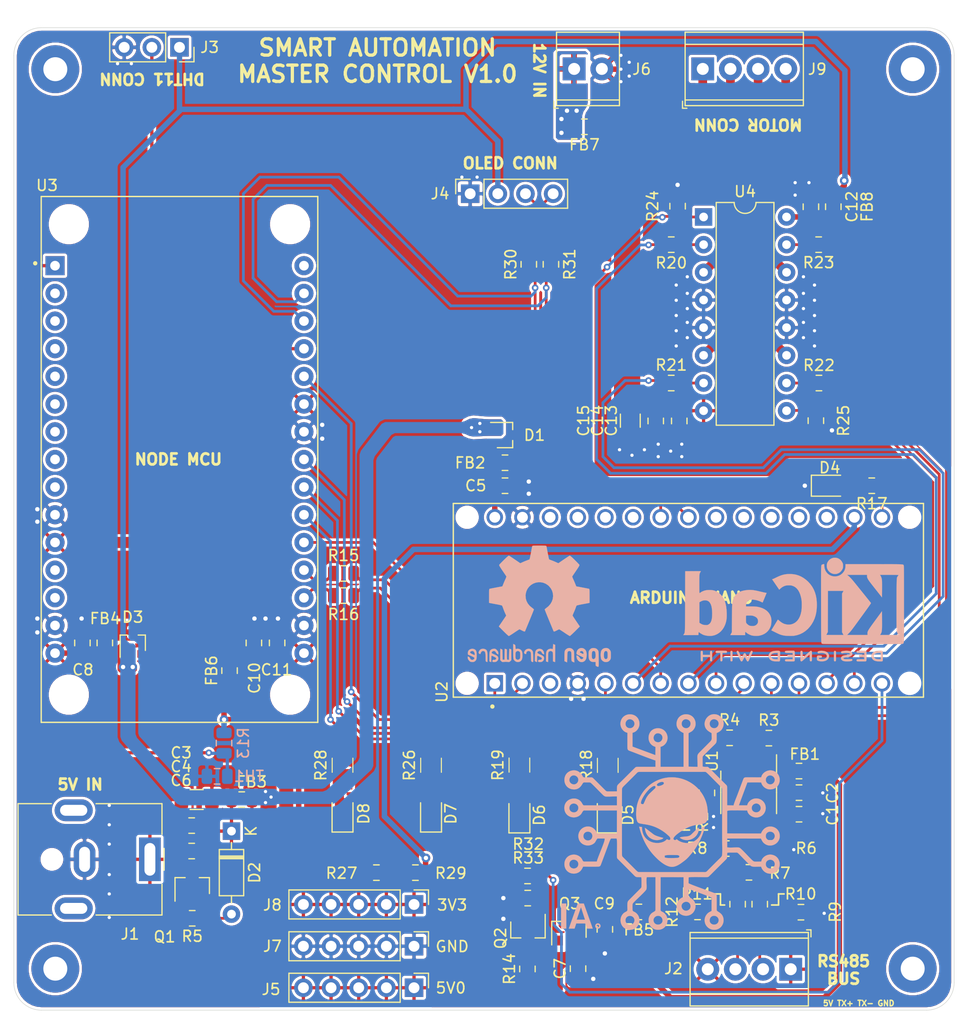
<source format=kicad_pcb>
(kicad_pcb (version 20171130) (host pcbnew "(5.1.6)-1")
  (title_block (title Master_Node) (date 2021-07-25) (rev A))
  (layers (0 F.Cu signal) (31 B.Cu signal) (34 B.Paste user) (35 F.Paste user) (36 B.SilkS user) (37 F.SilkS user) (38 B.Mask user) (39 F.Mask user) (44 Edge.Cuts user))
  (net 0 "")
  (net 1 GND)
  (net 2 "Net-(C1-Pad1)")
  (net 3 "Net-(C3-Pad1)")
  (net 4 "Net-(C5-Pad1)")
  (net 5 5V0)
  (net 6 "Net-(C8-Pad1)")
  (net 7 "Net-(C9-Pad2)")
  (net 8 "Net-(C10-Pad1)")
  (net 9 "Net-(C12-Pad1)")
  (net 10 12V)
  (net 11 5V0_IN1)
  (net 12 "Net-(D1-Pad2)")
  (net 13 "Net-(D2-Pad2)")
  (net 14 5V0_IN2)
  (net 15 "Net-(D3-Pad2)")
  (net 16 "Net-(D4-Pad2)")
  (net 17 "Net-(D5-Pad2)")
  (net 18 "Net-(D6-Pad2)")
  (net 19 "Net-(D7-Pad2)")
  (net 20 "Net-(D8-Pad2)")
  (net 21 5V0_OUT)
  (net 22 3V3_OUT)
  (net 23 "Net-(FB7-Pad2)")
  (net 24 "Net-(J1-Pad1)")
  (net 25 "Net-(J2-Pad3)")
  (net 26 "Net-(J2-Pad4)")
  (net 27 "Net-(J2-Pad2)")
  (net 28 "Net-(J2-Pad1)")
  (net 29 /TEMP_IN)
  (net 30 /I2C_SDA)
  (net 31 /I2C_SCL)
  (net 32 /3V3_AUX)
  (net 33 "Net-(J9-Pad3)")
  (net 34 "Net-(J9-Pad4)")
  (net 35 "Net-(J9-Pad2)")
  (net 36 "Net-(J9-Pad1)")
  (net 37 "Net-(Q2-Pad3)")
  (net 38 /5V_EN)
  (net 39 /DI)
  (net 40 /WE)
  (net 41 /RO)
  (net 42 "Net-(R4-Pad2)")
  (net 43 /RS_485_TX-)
  (net 44 /RS485_TX+)
  (net 45 "Net-(R13-Pad2)")
  (net 46 /RX)
  (net 47 "Net-(R15-Pad1)")
  (net 48 /TX)
  (net 49 "Net-(R16-Pad1)")
  (net 50 /D13)
  (net 51 /D4)
  (net 52 /D5)
  (net 53 "Net-(R20-Pad2)")
  (net 54 /MOT_A+)
  (net 55 "Net-(R21-Pad2)")
  (net 56 /MOT_A-)
  (net 57 "Net-(R22-Pad2)")
  (net 58 /MOT_B+)
  (net 59 "Net-(R23-Pad2)")
  (net 60 /MOT_B-)
  (net 61 /A_EN)
  (net 62 /B_EN)
  (net 63 /D6)
  (net 64 /D8)
  (net 65 "Net-(U2-Pad27)")
  (net 66 /A7)
  (net 67 /A6)
  (net 68 /A3)
  (net 69 /A2)
  (net 70 /A1)
  (net 71 /A0)
  (net 72 "Net-(U2-Pad18)")
  (net 73 /READY)
  (net 74 /D0)
  (net 75 /ESP_RSTn)
  (net 76 /ESP_EN)
  (net 77 "Net-(U3-Pad9)")
  (net 78 "Net-(U3-Pad8)")
  (net 79 "Net-(U3-Pad7)")
  (net 80 "Net-(U3-Pad6)")
  (net 81 "Net-(U3-Pad5)")
  (net 82 "Net-(U3-Pad4)")
  (net 83 "Net-(U3-Pad3)")
  (net 84 "Net-(U3-Pad2)")
  (net 85 "Net-(J8-Pad1)")
  (net 86 "Net-(U2-Pad28)")
  (net 87 "Net-(U2-Pad3)")
  (net 88 "Net-(J4-Pad4)")
  (net 89 "Net-(J4-Pad3)")
  (net 90 "Net-(H1-Pad1)")
  (net 91 "Net-(H2-Pad1)")
  (net 92 "Net-(H3-Pad1)")
  (net 93 "Net-(H4-Pad1)")
  (module Symbol:KiCad-Logo2_8mm_SilkScreen (layer B.Cu) (at 151.638 103.378 180)
    (fp_text reference REF** hide)
    (fp_text value KiCad-Logo2_8mm_SilkScreen hide)
  )
  (module AI_logo:AI_logo (layer B.Cu) (at 132.08 132.334 180)
    (fp_text reference G*** hide)
    (fp_text value LOGO hide)
  )
  (module Symbol:OSHW-Logo2_14.6x12mm_SilkScreen (layer B.Cu) (at 128.27 103.886 180)
    (fp_text reference REF** hide)
    (fp_text value OSHW-Logo2_14.6x12mm_SilkScreen hide)
  )
  (module AI_logo:AI_logo_face_20x20 (layer B.Cu) (at 140.462 123.698 180)
    (fp_text reference G*** hide)
    (fp_text value LOGO hide)
  )
  (module Resistor_SMD:R_0805_2012Metric_Pad1.15x1.40mm_HandSolder (layer F.Cu) (at 158.8008 92.837 180)
    (fp_text reference R17 (at 0 -1.65) (layer F.SilkS))
    (fp_text value 1.2k)
    (pad 2 smd roundrect (at 1.025 0 180) (size 1.15 1.4) (layers F.Cu F.Paste F.Mask) (roundrect_rratio 0.217391) (net 16 "Net-(D4-Pad2)"))
    (pad 1 smd roundrect (at -1.025 0 180) (size 1.15 1.4) (layers F.Cu F.Paste F.Mask) (roundrect_rratio 0.217391) (net 50 /D13))
  )
  (module Local:R-FFP_1206-0402 (layer F.Cu) (at 110.1979 118.491 270)
    (fp_text reference R28 (at 0 1.9939 90) (layer F.SilkS))
    (fp_text value 1.2k)
    (pad "" smd rect (at 0.45 0 270) (size 0.55 0.55) (layers F.Cu F.Paste F.Mask))
    (pad "" smd rect (at -0.45 0 270) (size 0.55 0.55) (layers F.Cu F.Paste F.Mask))
    (pad "" smd rect (at 0.9525 0 270) (size 1.195 1.27) (layers F.Cu F.Paste F.Mask))
    (pad "" smd rect (at -0.9525 0 270) (size 1.195 1.27) (layers F.Cu F.Paste F.Mask))
    (pad 2 smd rect (at 1.4875 0 270) (size 1.475 1.8) (layers F.Cu F.Paste F.Mask) (net 20 "Net-(D8-Pad2)"))
    (pad 1 smd rect (at -1.4875 0 270) (size 1.475 1.8) (layers F.Cu F.Paste F.Mask) (net 64 /D8))
  )
  (module Local:R-FFP_1206-0402 (layer F.Cu) (at 118.3259 118.491 270)
    (fp_text reference R26 (at 0 1.9939 90) (layer F.SilkS))
    (fp_text value 1.2k)
    (pad "" smd rect (at 0.45 0 270) (size 0.55 0.55) (layers F.Cu F.Paste F.Mask))
    (pad "" smd rect (at -0.45 0 270) (size 0.55 0.55) (layers F.Cu F.Paste F.Mask))
    (pad "" smd rect (at 0.9525 0 270) (size 1.195 1.27) (layers F.Cu F.Paste F.Mask))
    (pad "" smd rect (at -0.9525 0 270) (size 1.195 1.27) (layers F.Cu F.Paste F.Mask))
    (pad 2 smd rect (at 1.4875 0 270) (size 1.475 1.8) (layers F.Cu F.Paste F.Mask) (net 19 "Net-(D7-Pad2)"))
    (pad 1 smd rect (at -1.4875 0 270) (size 1.475 1.8) (layers F.Cu F.Paste F.Mask) (net 63 /D6))
  )
  (module Local:R-FFP_1206-0402 (layer F.Cu) (at 126.4412 118.476 270)
    (fp_text reference R19 (at 0 1.9812 90) (layer F.SilkS))
    (fp_text value 1.2k)
    (pad "" smd rect (at 0.45 0 270) (size 0.55 0.55) (layers F.Cu F.Paste F.Mask))
    (pad "" smd rect (at -0.45 0 270) (size 0.55 0.55) (layers F.Cu F.Paste F.Mask))
    (pad "" smd rect (at 0.9525 0 270) (size 1.195 1.27) (layers F.Cu F.Paste F.Mask))
    (pad "" smd rect (at -0.9525 0 270) (size 1.195 1.27) (layers F.Cu F.Paste F.Mask))
    (pad 2 smd rect (at 1.4875 0 270) (size 1.475 1.8) (layers F.Cu F.Paste F.Mask) (net 18 "Net-(D6-Pad2)"))
    (pad 1 smd rect (at -1.4875 0 270) (size 1.475 1.8) (layers F.Cu F.Paste F.Mask) (net 52 /D5))
  )
  (module Local:R-FFP_1206-0402 (layer F.Cu) (at 134.5565 118.5014 270)
    (fp_text reference R18 (at 0 1.9685 90) (layer F.SilkS))
    (fp_text value 1.2k)
    (pad "" smd rect (at 0.45 0 270) (size 0.55 0.55) (layers F.Cu F.Paste F.Mask))
    (pad "" smd rect (at -0.45 0 270) (size 0.55 0.55) (layers F.Cu F.Paste F.Mask))
    (pad "" smd rect (at 0.9525 0 270) (size 1.195 1.27) (layers F.Cu F.Paste F.Mask))
    (pad "" smd rect (at -0.9525 0 270) (size 1.195 1.27) (layers F.Cu F.Paste F.Mask))
    (pad 2 smd rect (at 1.4875 0 270) (size 1.475 1.8) (layers F.Cu F.Paste F.Mask) (net 17 "Net-(D5-Pad2)"))
    (pad 1 smd rect (at -1.4875 0 270) (size 1.475 1.8) (layers F.Cu F.Paste F.Mask) (net 51 /D4))
  )
  (module Resistor_SMD:R_0805_2012Metric (layer F.Cu) (at 127.2055 130.683 180)
    (fp_text reference R33 (at -0.0485 3.683) (layer F.SilkS))
    (fp_text value DNI)
    (pad 2 smd roundrect (at 0.9375 0 180) (size 0.975 1.4) (layers F.Cu F.Paste F.Mask) (net 1 GND))
    (pad 1 smd roundrect (at -0.9375 0 180) (size 0.975 1.4) (layers F.Cu F.Paste F.Mask) (net 38 /5V_EN))
  )
  (module Resistor_SMD:R_0805_2012Metric (layer F.Cu) (at 127.1905 128.651)
    (fp_text reference R32 (at 0.0635 -2.921) (layer F.SilkS))
    (fp_text value 10k)
    (pad 2 smd roundrect (at 0.9375 0) (size 0.975 1.4) (layers F.Cu F.Paste F.Mask) (net 38 /5V_EN))
    (pad 1 smd roundrect (at -0.9375 0) (size 0.975 1.4) (layers F.Cu F.Paste F.Mask) (net 5 5V0))
  )
  (module Resistor_SMD:R_0805_2012Metric (layer F.Cu) (at 129.3368 72.517 90)
    (fp_text reference R31 (at 0 1.7272 90) (layer F.SilkS))
    (fp_text value 0E)
    (pad 2 smd roundrect (at 0.9375 0 90) (size 0.975 1.4) (layers F.Cu F.Paste F.Mask) (net 88 "Net-(J4-Pad4)"))
    (pad 1 smd roundrect (at -0.9375 0 90) (size 0.975 1.4) (layers F.Cu F.Paste F.Mask) (net 30 /I2C_SDA))
  )
  (module Resistor_SMD:R_0805_2012Metric (layer F.Cu) (at 127.3048 72.517 90)
    (fp_text reference R30 (at 0 -1.65 90) (layer F.SilkS))
    (fp_text value 0E)
    (pad 2 smd roundrect (at 0.9375 0 90) (size 0.975 1.4) (layers F.Cu F.Paste F.Mask) (net 89 "Net-(J4-Pad3)"))
    (pad 1 smd roundrect (at -0.9375 0 90) (size 0.975 1.4) (layers F.Cu F.Paste F.Mask) (net 31 /I2C_SCL))
  )
  (module Package_TO_SOT_THT:Nodemcu (layer F.Cu) (at 95.2246 90.424)
    (fp_text reference U3 (at -12.1666 -25.146) (layer F.SilkS))
    (fp_text value NODEMCU)
    (pad None np_thru_hole circle (at -10.16 21.59) (size 3.2 3.2) (drill 3.2) (layers *.Cu *.Mask))
    (pad None np_thru_hole circle (at 10.16 21.59) (size 3.2 3.2) (drill 3.2) (layers *.Cu *.Mask))
    (pad None np_thru_hole circle (at 10.16 -21.59) (size 3.2 3.2) (drill 3.2) (layers *.Cu *.Mask))
    (pad None np_thru_hole circle (at -10.16 -21.59) (size 3.2 3.2) (drill 3.2) (layers *.Cu *.Mask))
    (pad 16 thru_hole circle (at 11.43 17.78) (size 1.7526 1.7526) (drill 0.889) (layers *.Cu *.Mask) (net 8 "Net-(C10-Pad1)"))
    (pad 17 thru_hole circle (at 11.43 15.24) (size 1.7526 1.7526) (drill 0.889) (layers *.Cu *.Mask) (net 1 GND))
    (pad 18 thru_hole circle (at 11.43 12.7) (size 1.7526 1.7526) (drill 0.889) (layers *.Cu *.Mask) (net 49 "Net-(R16-Pad1)"))
    (pad 19 thru_hole circle (at 11.43 10.16) (size 1.7526 1.7526) (drill 0.889) (layers *.Cu *.Mask) (net 47 "Net-(R15-Pad1)"))
    (pad 20 thru_hole circle (at 11.43 7.62) (size 1.7526 1.7526) (drill 0.889) (layers *.Cu *.Mask) (net 73 /READY))
    (pad 21 thru_hole circle (at 11.43 5.08) (size 1.7526 1.7526) (drill 0.889) (layers *.Cu *.Mask) (net 64 /D8))
    (pad 22 thru_hole circle (at 11.43 2.54) (size 1.7526 1.7526) (drill 0.889) (layers *.Cu *.Mask) (net 63 /D6))
    (pad 23 thru_hole circle (at 11.43 0) (size 1.7526 1.7526) (drill 0.889) (layers *.Cu *.Mask) (net 52 /D5))
    (pad 24 thru_hole circle (at 11.43 -2.54) (size 1.7526 1.7526) (drill 0.889) (layers *.Cu *.Mask) (net 1 GND))
    (pad 25 thru_hole circle (at 11.43 -5.08) (size 1.7526 1.7526) (drill 0.889) (layers *.Cu *.Mask) (net 8 "Net-(C10-Pad1)"))
    (pad 26 thru_hole circle (at 11.43 -7.62) (size 1.7526 1.7526) (drill 0.889) (layers *.Cu *.Mask) (net 51 /D4))
    (pad 27 thru_hole circle (at 11.43 -10.16) (size 1.7526 1.7526) (drill 0.889) (layers *.Cu *.Mask) (net 29 /TEMP_IN))
    (pad 28 thru_hole circle (at 11.43 -12.7) (size 1.7526 1.7526) (drill 0.889) (layers *.Cu *.Mask) (net 31 /I2C_SCL))
    (pad 29 thru_hole circle (at 11.43 -15.24) (size 1.7526 1.7526) (drill 0.889) (layers *.Cu *.Mask) (net 30 /I2C_SDA))
    (pad 30 thru_hole circle (at 11.43 -17.78) (size 1.7526 1.7526) (drill 0.889) (layers *.Cu *.Mask) (net 74 /D0))
    (pad 15 thru_hole circle (at -11.43 17.78) (size 1.7526 1.7526) (drill 0.889) (layers *.Cu *.Mask) (net 6 "Net-(C8-Pad1)"))
    (pad 14 thru_hole circle (at -11.43 15.24) (size 1.7526 1.7526) (drill 0.889) (layers *.Cu *.Mask) (net 1 GND))
    (pad 13 thru_hole circle (at -11.43 12.7) (size 1.7526 1.7526) (drill 0.889) (layers *.Cu *.Mask) (net 75 /ESP_RSTn))
    (pad 12 thru_hole circle (at -11.43 10.16) (size 1.7526 1.7526) (drill 0.889) (layers *.Cu *.Mask) (net 76 /ESP_EN))
    (pad 11 thru_hole circle (at -11.43 7.62) (size 1.7526 1.7526) (drill 0.889) (layers *.Cu *.Mask) (net 8 "Net-(C10-Pad1)"))
    (pad 10 thru_hole circle (at -11.43 5.08) (size 1.7526 1.7526) (drill 0.889) (layers *.Cu *.Mask) (net 1 GND))
    (pad 9 thru_hole circle (at -11.43 2.54) (size 1.7526 1.7526) (drill 0.889) (layers *.Cu *.Mask) (net 77 "Net-(U3-Pad9)"))
    (pad 8 thru_hole circle (at -11.43 0) (size 1.7526 1.7526) (drill 0.889) (layers *.Cu *.Mask) (net 78 "Net-(U3-Pad8)"))
    (pad 7 thru_hole circle (at -11.43 -2.54) (size 1.7526 1.7526) (drill 0.889) (layers *.Cu *.Mask) (net 79 "Net-(U3-Pad7)"))
    (pad 6 thru_hole circle (at -11.43 -5.08) (size 1.7526 1.7526) (drill 0.889) (layers *.Cu *.Mask) (net 80 "Net-(U3-Pad6)"))
    (pad 5 thru_hole circle (at -11.43 -7.62) (size 1.7526 1.7526) (drill 0.889) (layers *.Cu *.Mask) (net 81 "Net-(U3-Pad5)"))
    (pad 4 thru_hole circle (at -11.43 -10.16) (size 1.7526 1.7526) (drill 0.889) (layers *.Cu *.Mask) (net 82 "Net-(U3-Pad4)"))
    (pad 3 thru_hole circle (at -11.43 -12.7) (size 1.7526 1.7526) (drill 0.889) (layers *.Cu *.Mask) (net 83 "Net-(U3-Pad3)"))
    (pad 2 thru_hole circle (at -11.43 -15.24) (size 1.7526 1.7526) (drill 0.889) (layers *.Cu *.Mask) (net 84 "Net-(U3-Pad2)"))
    (pad 1 thru_hole rect (at -11.43 -17.78) (size 1.7526 1.7526) (drill 0.889) (layers *.Cu *.Mask) (net 45 "Net-(R13-Pad2)"))
  )
  (module Package_TO_SOT_THT:Arduino_nano (layer F.Cu) (at 141.9606 103.3526 90)
    (fp_text reference U2 (at -8.4074 -22.635 90) (layer F.SilkS))
    (fp_text value NANO)
    (pad None np_thru_hole circle (at 7.62 -20.32 90) (size 1.651 1.651) (drill 1.651) (layers *.Cu *.Mask))
    (pad None np_thru_hole circle (at -7.62 -20.32 90) (size 1.651 1.651) (drill 1.651) (layers *.Cu *.Mask))
    (pad None np_thru_hole circle (at 7.62 20.32 90) (size 1.651 1.651) (drill 1.651) (layers *.Cu *.Mask))
    (pad None np_thru_hole circle (at -7.62 20.32 90) (size 1.651 1.651) (drill 1.651) (layers *.Cu *.Mask))
    (pad 30 thru_hole circle (at 7.62 -17.78 90) (size 1.508 1.508) (drill 1) (layers *.Cu *.Mask) (net 4 "Net-(C5-Pad1)"))
    (pad 29 thru_hole circle (at 7.62 -15.24 90) (size 1.508 1.508) (drill 1) (layers *.Cu *.Mask) (net 1 GND))
    (pad 28 thru_hole circle (at 7.62 -12.7 90) (size 1.508 1.508) (drill 1) (layers *.Cu *.Mask) (net 86 "Net-(U2-Pad28)"))
    (pad 27 thru_hole circle (at 7.62 -10.16 90) (size 1.508 1.508) (drill 1) (layers *.Cu *.Mask) (net 65 "Net-(U2-Pad27)"))
    (pad 26 thru_hole circle (at 7.62 -7.62 90) (size 1.508 1.508) (drill 1) (layers *.Cu *.Mask) (net 66 /A7))
    (pad 25 thru_hole circle (at 7.62 -5.08 90) (size 1.508 1.508) (drill 1) (layers *.Cu *.Mask) (net 67 /A6))
    (pad 24 thru_hole circle (at 7.62 -2.54 90) (size 1.508 1.508) (drill 1) (layers *.Cu *.Mask) (net 31 /I2C_SCL))
    (pad 23 thru_hole circle (at 7.62 0 90) (size 1.508 1.508) (drill 1) (layers *.Cu *.Mask) (net 30 /I2C_SDA))
    (pad 22 thru_hole circle (at 7.62 2.54 90) (size 1.508 1.508) (drill 1) (layers *.Cu *.Mask) (net 68 /A3))
    (pad 21 thru_hole circle (at 7.62 5.08 90) (size 1.508 1.508) (drill 1) (layers *.Cu *.Mask) (net 69 /A2))
    (pad 20 thru_hole circle (at 7.62 7.62 90) (size 1.508 1.508) (drill 1) (layers *.Cu *.Mask) (net 70 /A1))
    (pad 19 thru_hole circle (at 7.62 10.16 90) (size 1.508 1.508) (drill 1) (layers *.Cu *.Mask) (net 71 /A0))
    (pad 18 thru_hole circle (at 7.62 12.7 90) (size 1.508 1.508) (drill 1) (layers *.Cu *.Mask) (net 72 "Net-(U2-Pad18)"))
    (pad 17 thru_hole circle (at 7.62 15.24 90) (size 1.508 1.508) (drill 1) (layers *.Cu *.Mask) (net 32 /3V3_AUX))
    (pad 16 thru_hole circle (at 7.62 17.78 90) (size 1.508 1.508) (drill 1) (layers *.Cu *.Mask) (net 50 /D13))
    (pad 15 thru_hole circle (at -7.62 17.78 90) (size 1.508 1.508) (drill 1) (layers *.Cu *.Mask) (net 38 /5V_EN))
    (pad 14 thru_hole circle (at -7.62 15.24 90) (size 1.508 1.508) (drill 1) (layers *.Cu *.Mask) (net 62 /B_EN))
    (pad 13 thru_hole circle (at -7.62 12.7 90) (size 1.508 1.508) (drill 1) (layers *.Cu *.Mask) (net 61 /A_EN))
    (pad 12 thru_hole circle (at -7.62 10.16 90) (size 1.508 1.508) (drill 1) (layers *.Cu *.Mask) (net 60 /MOT_B-))
    (pad 11 thru_hole circle (at -7.62 7.62 90) (size 1.508 1.508) (drill 1) (layers *.Cu *.Mask) (net 41 /RO))
    (pad 10 thru_hole circle (at -7.62 5.08 90) (size 1.508 1.508) (drill 1) (layers *.Cu *.Mask) (net 39 /DI))
    (pad 9 thru_hole circle (at -7.62 2.54 90) (size 1.508 1.508) (drill 1) (layers *.Cu *.Mask) (net 58 /MOT_B+))
    (pad 8 thru_hole circle (at -7.62 0 90) (size 1.508 1.508) (drill 1) (layers *.Cu *.Mask) (net 56 /MOT_A-))
    (pad 7 thru_hole circle (at -7.62 -2.54 90) (size 1.508 1.508) (drill 1) (layers *.Cu *.Mask) (net 73 /READY))
    (pad 6 thru_hole circle (at -7.62 -5.08 90) (size 1.508 1.508) (drill 1) (layers *.Cu *.Mask) (net 54 /MOT_A+))
    (pad 5 thru_hole circle (at -7.62 -7.62 90) (size 1.508 1.508) (drill 1) (layers *.Cu *.Mask) (net 40 /WE))
    (pad 4 thru_hole circle (at -7.62 -10.16 90) (size 1.508 1.508) (drill 1) (layers *.Cu *.Mask) (net 1 GND))
    (pad 3 thru_hole circle (at -7.62 -12.7 90) (size 1.508 1.508) (drill 1) (layers *.Cu *.Mask) (net 87 "Net-(U2-Pad3)"))
    (pad 2 thru_hole circle (at -7.62 -15.24 90) (size 1.508 1.508) (drill 1) (layers *.Cu *.Mask) (net 48 /TX))
    (pad 1 thru_hole rect (at -7.62 -17.78 90) (size 1.508 1.508) (drill 1) (layers *.Cu *.Mask) (net 46 /RX))
  )
  (module Resistor_SMD:R_0805_2012Metric (layer F.Cu) (at 116.8908 128.3462 180)
    (fp_text reference R29 (at -3.2512 -0.0508) (layer F.SilkS))
    (fp_text value 0E)
    (pad 2 smd roundrect (at 0.9375 0 180) (size 0.975 1.4) (layers F.Cu F.Paste F.Mask) (net 85 "Net-(J8-Pad1)"))
    (pad 1 smd roundrect (at -0.9375 0 180) (size 0.975 1.4) (layers F.Cu F.Paste F.Mask) (net 32 /3V3_AUX))
  )
  (module MountingHole:MountingHole_2.2mm_M2_Pad (layer F.Cu) (at 162.56 137.16)
    (fp_text reference H4 hide)
    (fp_text value MountingHole_Pad)
    (pad 1 thru_hole circle (at 0 0) (size 4.4 4.4) (drill 2.2) (layers *.Cu *.Mask) (net 93 "Net-(H4-Pad1)"))
  )
  (module MountingHole:MountingHole_2.2mm_M2_Pad (layer F.Cu) (at 83.82 137.16)
    (fp_text reference H3 hide)
    (fp_text value MountingHole_Pad)
    (pad 1 thru_hole circle (at 0 0) (size 4.4 4.4) (drill 2.2) (layers *.Cu *.Mask) (net 92 "Net-(H3-Pad1)"))
  )
  (module MountingHole:MountingHole_2.2mm_M2_Pad (layer F.Cu) (at 162.56 54.61)
    (fp_text reference H2 hide)
    (fp_text value MountingHole_Pad)
    (pad 1 thru_hole circle (at 0 0) (size 4.4 4.4) (drill 2.2) (layers *.Cu *.Mask) (net 91 "Net-(H2-Pad1)"))
  )
  (module MountingHole:MountingHole_2.2mm_M2_Pad (layer F.Cu) (at 83.82 54.61)
    (fp_text reference H1 hide)
    (fp_text value MountingHole_Pad)
    (pad 1 thru_hole circle (at 0 0) (size 4.4 4.4) (drill 2.2) (layers *.Cu *.Mask) (net 90 "Net-(H1-Pad1)"))
  )
  (module Package_DIP:DIP-16_W7.62mm (layer F.Cu) (at 143.3576 68.1736)
    (fp_text reference U4 (at 3.81 -2.33) (layer F.SilkS))
    (fp_text value L293D)
    (pad 16 thru_hole oval (at 7.62 0) (size 1.6 1.6) (drill 0.8) (layers *.Cu *.Mask) (net 9 "Net-(C12-Pad1)"))
    (pad 8 thru_hole oval (at 0 17.78) (size 1.6 1.6) (drill 0.8) (layers *.Cu *.Mask) (net 10 12V))
    (pad 15 thru_hole oval (at 7.62 2.54) (size 1.6 1.6) (drill 0.8) (layers *.Cu *.Mask) (net 59 "Net-(R23-Pad2)"))
    (pad 7 thru_hole oval (at 0 15.24) (size 1.6 1.6) (drill 0.8) (layers *.Cu *.Mask) (net 55 "Net-(R21-Pad2)"))
    (pad 14 thru_hole oval (at 7.62 5.08) (size 1.6 1.6) (drill 0.8) (layers *.Cu *.Mask) (net 34 "Net-(J9-Pad4)"))
    (pad 6 thru_hole oval (at 0 12.7) (size 1.6 1.6) (drill 0.8) (layers *.Cu *.Mask) (net 35 "Net-(J9-Pad2)"))
    (pad 13 thru_hole oval (at 7.62 7.62) (size 1.6 1.6) (drill 0.8) (layers *.Cu *.Mask) (net 1 GND))
    (pad 5 thru_hole oval (at 0 10.16) (size 1.6 1.6) (drill 0.8) (layers *.Cu *.Mask) (net 1 GND))
    (pad 12 thru_hole oval (at 7.62 10.16) (size 1.6 1.6) (drill 0.8) (layers *.Cu *.Mask) (net 1 GND))
    (pad 4 thru_hole oval (at 0 7.62) (size 1.6 1.6) (drill 0.8) (layers *.Cu *.Mask) (net 1 GND))
    (pad 11 thru_hole oval (at 7.62 12.7) (size 1.6 1.6) (drill 0.8) (layers *.Cu *.Mask) (net 33 "Net-(J9-Pad3)"))
    (pad 3 thru_hole oval (at 0 5.08) (size 1.6 1.6) (drill 0.8) (layers *.Cu *.Mask) (net 36 "Net-(J9-Pad1)"))
    (pad 10 thru_hole oval (at 7.62 15.24) (size 1.6 1.6) (drill 0.8) (layers *.Cu *.Mask) (net 57 "Net-(R22-Pad2)"))
    (pad 2 thru_hole oval (at 0 2.54) (size 1.6 1.6) (drill 0.8) (layers *.Cu *.Mask) (net 53 "Net-(R20-Pad2)"))
    (pad 9 thru_hole oval (at 7.62 17.78) (size 1.6 1.6) (drill 0.8) (layers *.Cu *.Mask) (net 62 /B_EN))
    (pad 1 thru_hole rect (at 0 0) (size 1.6 1.6) (drill 0.8) (layers *.Cu *.Mask) (net 61 /A_EN))
  )
  (module Package_SO:SOIC-8_3.9x4.9mm_P1.27mm (layer F.Cu) (at 147.4978 120.9802 270)
    (fp_text reference U1 (at -2.8702 3.3528 90) (layer F.SilkS))
    (fp_text value MAX485E)
    (pad 8 smd roundrect (at 2.475 -1.905 270) (size 1.95 0.6) (layers F.Cu F.Paste F.Mask) (net 2 "Net-(C1-Pad1)"))
    (pad 7 smd roundrect (at 2.475 -0.635 270) (size 1.95 0.6) (layers F.Cu F.Paste F.Mask) (net 43 /RS_485_TX-))
    (pad 6 smd roundrect (at 2.475 0.635 270) (size 1.95 0.6) (layers F.Cu F.Paste F.Mask) (net 44 /RS485_TX+))
    (pad 5 smd roundrect (at 2.475 1.905 270) (size 1.95 0.6) (layers F.Cu F.Paste F.Mask) (net 1 GND))
    (pad 4 smd roundrect (at -2.475 1.905 270) (size 1.95 0.6) (layers F.Cu F.Paste F.Mask) (net 39 /DI))
    (pad 3 smd roundrect (at -2.475 0.635 270) (size 1.95 0.6) (layers F.Cu F.Paste F.Mask) (net 40 /WE))
    (pad 2 smd roundrect (at -2.475 -0.635 270) (size 1.95 0.6) (layers F.Cu F.Paste F.Mask) (net 42 "Net-(R4-Pad2)"))
    (pad 1 smd roundrect (at -2.475 -1.905 270) (size 1.95 0.6) (layers F.Cu F.Paste F.Mask) (net 41 /RO))
  )
  (module Resistor_SMD:R_0805_2012Metric (layer B.Cu) (at 98.679 119.507 180)
    (fp_text reference TH1 (at -2.921 0) (layer B.SilkS) (effects (justify mirror)))
    (fp_text value 100K)
    (pad 2 smd roundrect (at 0.9375 0 180) (size 0.975 1.4) (layers B.Cu B.Paste B.Mask) (net 1 GND))
    (pad 1 smd roundrect (at -0.9375 0 180) (size 0.975 1.4) (layers B.Cu B.Paste B.Mask) (net 45 "Net-(R13-Pad2)"))
  )
  (module Resistor_SMD:R_0805_2012Metric (layer F.Cu) (at 113.3094 128.3462)
    (fp_text reference R27 (at -3.2004 0.0508) (layer F.SilkS))
    (fp_text value DNI)
    (pad 2 smd roundrect (at 0.9375 0) (size 0.975 1.4) (layers F.Cu F.Paste F.Mask) (net 85 "Net-(J8-Pad1)"))
    (pad 1 smd roundrect (at -0.9375 0) (size 0.975 1.4) (layers F.Cu F.Paste F.Mask) (net 22 3V3_OUT))
  )
  (module Resistor_SMD:R_0805_2012Metric (layer F.Cu) (at 153.67 86.868 270)
    (fp_text reference R25 (at 0 -2.54 90) (layer F.SilkS))
    (fp_text value 10k)
    (pad 2 smd roundrect (at 0.9375 0 270) (size 0.975 1.4) (layers F.Cu F.Paste F.Mask) (net 1 GND))
    (pad 1 smd roundrect (at -0.9375 0 270) (size 0.975 1.4) (layers F.Cu F.Paste F.Mask) (net 62 /B_EN))
  )
  (module Resistor_SMD:R_0805_2012Metric (layer F.Cu) (at 140.97 67.183 90)
    (fp_text reference R24 (at 0 -2.286 90) (layer F.SilkS))
    (fp_text value 10k)
    (pad 2 smd roundrect (at 0.9375 0 90) (size 0.975 1.4) (layers F.Cu F.Paste F.Mask) (net 1 GND))
    (pad 1 smd roundrect (at -0.9375 0 90) (size 0.975 1.4) (layers F.Cu F.Paste F.Mask) (net 61 /A_EN))
  )
  (module Resistor_SMD:R_0805_2012Metric (layer F.Cu) (at 153.924 70.7136 180)
    (fp_text reference R23 (at 0 -1.65) (layer F.SilkS))
    (fp_text value 0E)
    (pad 2 smd roundrect (at 0.9375 0 180) (size 0.975 1.4) (layers F.Cu F.Paste F.Mask) (net 59 "Net-(R23-Pad2)"))
    (pad 1 smd roundrect (at -0.9375 0 180) (size 0.975 1.4) (layers F.Cu F.Paste F.Mask) (net 60 /MOT_B-))
  )
  (module Resistor_SMD:R_0805_2012Metric (layer F.Cu) (at 153.9494 83.4136 180)
    (fp_text reference R22 (at 0 1.6256) (layer F.SilkS))
    (fp_text value 0E)
    (pad 2 smd roundrect (at 0.9375 0 180) (size 0.975 1.4) (layers F.Cu F.Paste F.Mask) (net 57 "Net-(R22-Pad2)"))
    (pad 1 smd roundrect (at -0.9375 0 180) (size 0.975 1.4) (layers F.Cu F.Paste F.Mask) (net 58 /MOT_B+))
  )
  (module Resistor_SMD:R_0805_2012Metric (layer F.Cu) (at 140.3858 83.4136)
    (fp_text reference R21 (at 0 -1.65) (layer F.SilkS))
    (fp_text value 0E)
    (pad 2 smd roundrect (at 0.9375 0) (size 0.975 1.4) (layers F.Cu F.Paste F.Mask) (net 55 "Net-(R21-Pad2)"))
    (pad 1 smd roundrect (at -0.9375 0) (size 0.975 1.4) (layers F.Cu F.Paste F.Mask) (net 56 /MOT_A-))
  )
  (module Resistor_SMD:R_0805_2012Metric (layer F.Cu) (at 140.3881 70.7136)
    (fp_text reference R20 (at 0 1.6764) (layer F.SilkS))
    (fp_text value 0E)
    (pad 2 smd roundrect (at 0.9375 0) (size 0.975 1.4) (layers F.Cu F.Paste F.Mask) (net 53 "Net-(R20-Pad2)"))
    (pad 1 smd roundrect (at -0.9375 0) (size 0.975 1.4) (layers F.Cu F.Paste F.Mask) (net 54 /MOT_A+))
  )
  (module Resistor_SMD:R_0805_2012Metric (layer F.Cu) (at 110.2868 102.9208)
    (fp_text reference R16 (at 0 1.7272) (layer F.SilkS))
    (fp_text value 0E)
    (pad 2 smd roundrect (at 0.9375 0) (size 0.975 1.4) (layers F.Cu F.Paste F.Mask) (net 48 /TX))
    (pad 1 smd roundrect (at -0.9375 0) (size 0.975 1.4) (layers F.Cu F.Paste F.Mask) (net 49 "Net-(R16-Pad1)"))
  )
  (module Resistor_SMD:R_0805_2012Metric (layer F.Cu) (at 110.2868 100.8888)
    (fp_text reference R15 (at 0 -1.65) (layer F.SilkS))
    (fp_text value 0E)
    (pad 2 smd roundrect (at 0.9375 0) (size 0.975 1.4) (layers F.Cu F.Paste F.Mask) (net 46 /RX))
    (pad 1 smd roundrect (at -0.9375 0) (size 0.975 1.4) (layers F.Cu F.Paste F.Mask) (net 47 "Net-(R15-Pad1)"))
  )
  (module Resistor_SMD:R_0805_2012Metric (layer F.Cu) (at 127.1778 137.1854 90)
    (fp_text reference R14 (at 0 -1.65 90) (layer F.SilkS))
    (fp_text value 10k)
    (pad 2 smd roundrect (at 0.9375 0 90) (size 0.975 1.4) (layers F.Cu F.Paste F.Mask) (net 37 "Net-(Q2-Pad3)"))
    (pad 1 smd roundrect (at -0.9375 0 90) (size 0.975 1.4) (layers F.Cu F.Paste F.Mask) (net 5 5V0))
  )
  (module Resistor_SMD:R_0805_2012Metric (layer B.Cu) (at 99.314 116.459 270)
    (fp_text reference R13 (at 0 -1.778 90) (layer B.SilkS) (effects (justify mirror)))
    (fp_text value 10k)
    (pad 2 smd roundrect (at 0.9375 0 270) (size 0.975 1.4) (layers B.Cu B.Paste B.Mask) (net 45 "Net-(R13-Pad2)"))
    (pad 1 smd roundrect (at -0.9375 0 270) (size 0.975 1.4) (layers B.Cu B.Paste B.Mask) (net 22 3V3_OUT))
  )
  (module Resistor_SMD:R_0805_2012Metric (layer F.Cu) (at 142.7988 131.953)
    (fp_text reference R12 (at -2.3368 0 90) (layer F.SilkS))
    (fp_text value 0E)
    (pad 2 smd roundrect (at 0.9375 0) (size 0.975 1.4) (layers F.Cu F.Paste F.Mask) (net 26 "Net-(J2-Pad4)"))
    (pad 1 smd roundrect (at -0.9375 0) (size 0.975 1.4) (layers F.Cu F.Paste F.Mask) (net 21 5V0_OUT))
  )
  (module Resistor_SMD:R_0805_2012Metric (layer F.Cu) (at 146.4818 131.2418 270)
    (fp_text reference R11 (at -0.9398 3.7338) (layer F.SilkS))
    (fp_text value 0E)
    (pad 2 smd roundrect (at 0.9375 0 270) (size 0.975 1.4) (layers F.Cu F.Paste F.Mask) (net 25 "Net-(J2-Pad3)"))
    (pad 1 smd roundrect (at -0.9375 0 270) (size 0.975 1.4) (layers F.Cu F.Paste F.Mask) (net 44 /RS485_TX+))
  )
  (module Resistor_SMD:R_0805_2012Metric (layer F.Cu) (at 148.5138 131.2418 270)
    (fp_text reference R10 (at -0.9398 -3.7592 180) (layer F.SilkS))
    (fp_text value 0E)
    (pad 2 smd roundrect (at 0.9375 0 270) (size 0.975 1.4) (layers F.Cu F.Paste F.Mask) (net 27 "Net-(J2-Pad2)"))
    (pad 1 smd roundrect (at -0.9375 0 270) (size 0.975 1.4) (layers F.Cu F.Paste F.Mask) (net 43 /RS_485_TX-))
  )
  (module Resistor_SMD:R_0805_2012Metric (layer F.Cu) (at 152.2984 131.9784 180)
    (fp_text reference R9 (at -3.1496 0.0254 90) (layer F.SilkS))
    (fp_text value 0E)
    (pad 2 smd roundrect (at 0.9375 0 180) (size 0.975 1.4) (layers F.Cu F.Paste F.Mask) (net 28 "Net-(J2-Pad1)"))
    (pad 1 smd roundrect (at -0.9375 0 180) (size 0.975 1.4) (layers F.Cu F.Paste F.Mask) (net 1 GND))
  )
  (module Resistor_SMD:R_0805_2012Metric (layer F.Cu) (at 145.4404 126.1364)
    (fp_text reference R8 (at -2.6924 -0.0254) (layer F.SilkS))
    (fp_text value 20k)
    (pad 2 smd roundrect (at 0.9375 0) (size 0.975 1.4) (layers F.Cu F.Paste F.Mask) (net 44 /RS485_TX+))
    (pad 1 smd roundrect (at -0.9375 0) (size 0.975 1.4) (layers F.Cu F.Paste F.Mask) (net 21 5V0_OUT))
  )
  (module Resistor_SMD:R_0805_2012Metric (layer F.Cu) (at 147.5232 128.3208)
    (fp_text reference R7 (at 2.8448 0.0762) (layer F.SilkS))
    (fp_text value 120E)
    (pad 2 smd roundrect (at 0.9375 0) (size 0.975 1.4) (layers F.Cu F.Paste F.Mask) (net 43 /RS_485_TX-))
    (pad 1 smd roundrect (at -0.9375 0) (size 0.975 1.4) (layers F.Cu F.Paste F.Mask) (net 44 /RS485_TX+))
  )
  (module Resistor_SMD:R_0805_2012Metric (layer F.Cu) (at 149.5552 126.1364)
    (fp_text reference R6 (at 3.2258 -0.0254) (layer F.SilkS))
    (fp_text value 20k)
    (pad 2 smd roundrect (at 0.9375 0) (size 0.975 1.4) (layers F.Cu F.Paste F.Mask) (net 1 GND))
    (pad 1 smd roundrect (at -0.9375 0) (size 0.975 1.4) (layers F.Cu F.Paste F.Mask) (net 43 /RS_485_TX-))
  )
  (module Resistor_SMD:R_0805_2012Metric (layer F.Cu) (at 96.393 132.5372 180)
    (fp_text reference R5 (at 0 -1.65) (layer F.SilkS))
    (fp_text value 100k)
    (pad 2 smd roundrect (at 0.9375 0 180) (size 0.975 1.4) (layers F.Cu F.Paste F.Mask) (net 1 GND))
    (pad 1 smd roundrect (at -0.9375 0 180) (size 0.975 1.4) (layers F.Cu F.Paste F.Mask) (net 13 "Net-(D2-Pad2)"))
  )
  (module Resistor_SMD:R_0805_2012Metric (layer F.Cu) (at 145.7452 115.9764)
    (fp_text reference R4 (at 0 -1.65) (layer F.SilkS))
    (fp_text value 0E)
    (pad 2 smd roundrect (at 0.9375 0) (size 0.975 1.4) (layers F.Cu F.Paste F.Mask) (net 42 "Net-(R4-Pad2)"))
    (pad 1 smd roundrect (at -0.9375 0) (size 0.975 1.4) (layers F.Cu F.Paste F.Mask) (net 40 /WE))
  )
  (module Resistor_SMD:R_0805_2012Metric (layer F.Cu) (at 149.352 116.0018)
    (fp_text reference R3 (at 0 -1.65) (layer F.SilkS))
    (fp_text value 10k)
    (pad 2 smd roundrect (at 0.9375 0) (size 0.975 1.4) (layers F.Cu F.Paste F.Mask) (net 2 "Net-(C1-Pad1)"))
    (pad 1 smd roundrect (at -0.9375 0) (size 0.975 1.4) (layers F.Cu F.Paste F.Mask) (net 41 /RO))
  )
  (module Resistor_SMD:R_0805_2012Metric (layer F.Cu) (at 141.6304 121.031 270)
    (fp_text reference R2 (at 2.667 0.0254 270) (layer F.SilkS))
    (fp_text value 10k)
    (pad 2 smd roundrect (at 0.9375 0 270) (size 0.975 1.4) (layers F.Cu F.Paste F.Mask) (net 2 "Net-(C1-Pad1)"))
    (pad 1 smd roundrect (at -0.9375 0 270) (size 0.975 1.4) (layers F.Cu F.Paste F.Mask) (net 40 /WE))
  )
  (module Resistor_SMD:R_0805_2012Metric (layer F.Cu) (at 143.6624 121.031 270)
    (fp_text reference R1 (at 2.667 0.4064 270) (layer F.SilkS))
    (fp_text value 10k)
    (pad 2 smd roundrect (at 0.9375 0 270) (size 0.975 1.4) (layers F.Cu F.Paste F.Mask) (net 2 "Net-(C1-Pad1)"))
    (pad 1 smd roundrect (at -0.9375 0 270) (size 0.975 1.4) (layers F.Cu F.Paste F.Mask) (net 39 /DI))
  )
  (module Package_TO_SOT_SMD:SOT-23 (layer F.Cu) (at 130.9878 133.5786 90)
    (fp_text reference Q3 (at 2.3876 0.0762 180) (layer F.SilkS))
    (fp_text value DMG2301L)
    (pad 3 smd rect (at 1 0 90) (size 0.9 0.8) (layers F.Cu F.Paste F.Mask) (net 7 "Net-(C9-Pad2)"))
    (pad 2 smd rect (at -1 0.95 90) (size 0.9 0.8) (layers F.Cu F.Paste F.Mask) (net 5 5V0))
    (pad 1 smd rect (at -1 -0.95 90) (size 0.9 0.8) (layers F.Cu F.Paste F.Mask) (net 37 "Net-(Q2-Pad3)"))
  )
  (module Package_TO_SOT_SMD:SOT-23 (layer F.Cu) (at 127.2286 133.5786 270)
    (fp_text reference Q2 (at 0.7874 2.5146 270) (layer F.SilkS))
    (fp_text value 2N7002)
    (pad 3 smd rect (at 1 0 270) (size 0.9 0.8) (layers F.Cu F.Paste F.Mask) (net 37 "Net-(Q2-Pad3)"))
    (pad 2 smd rect (at -1 0.95 270) (size 0.9 0.8) (layers F.Cu F.Paste F.Mask) (net 1 GND))
    (pad 1 smd rect (at -1 -0.95 270) (size 0.9 0.8) (layers F.Cu F.Paste F.Mask) (net 38 /5V_EN))
  )
  (module Package_TO_SOT_SMD:SOT-23 (layer F.Cu) (at 96.393 129.5654 90)
    (fp_text reference Q1 (at -4.6736 -2.54 180) (layer F.SilkS))
    (fp_text value DMG2301L)
    (pad 3 smd rect (at 1 0 90) (size 0.9 0.8) (layers F.Cu F.Paste F.Mask) (net 24 "Net-(J1-Pad1)"))
    (pad 2 smd rect (at -1 0.95 90) (size 0.9 0.8) (layers F.Cu F.Paste F.Mask) (net 3 "Net-(C3-Pad1)"))
    (pad 1 smd rect (at -1 -0.95 90) (size 0.9 0.8) (layers F.Cu F.Paste F.Mask) (net 13 "Net-(D2-Pad2)"))
  )
  (module Connector_PinHeader_2.54mm:PinHeader_1x05_P2.54mm_Vertical (layer F.Cu) (at 116.7638 131.2672 270)
    (fp_text reference J8 (at 0.0508 13.0048 180) (layer F.SilkS))
    (fp_text value Conn_01x05_Male)
    (pad 5 thru_hole oval (at 0 10.16 270) (size 1.7 1.7) (drill 1) (layers *.Cu *.Mask) (net 85 "Net-(J8-Pad1)"))
    (pad 4 thru_hole oval (at 0 7.62 270) (size 1.7 1.7) (drill 1) (layers *.Cu *.Mask) (net 85 "Net-(J8-Pad1)"))
    (pad 3 thru_hole oval (at 0 5.08 270) (size 1.7 1.7) (drill 1) (layers *.Cu *.Mask) (net 85 "Net-(J8-Pad1)"))
    (pad 2 thru_hole oval (at 0 2.54 270) (size 1.7 1.7) (drill 1) (layers *.Cu *.Mask) (net 85 "Net-(J8-Pad1)"))
    (pad 1 thru_hole rect (at 0 0 270) (size 1.7 1.7) (drill 1) (layers *.Cu *.Mask) (net 85 "Net-(J8-Pad1)"))
  )
  (module Connector_PinHeader_2.54mm:PinHeader_1x05_P2.54mm_Vertical (layer F.Cu) (at 116.7638 135.1026 270)
    (fp_text reference J7 (at 0 13.0048 180) (layer F.SilkS))
    (fp_text value Conn_01x05_Male)
    (pad 5 thru_hole oval (at 0 10.16 270) (size 1.7 1.7) (drill 1) (layers *.Cu *.Mask) (net 1 GND))
    (pad 4 thru_hole oval (at 0 7.62 270) (size 1.7 1.7) (drill 1) (layers *.Cu *.Mask) (net 1 GND))
    (pad 3 thru_hole oval (at 0 5.08 270) (size 1.7 1.7) (drill 1) (layers *.Cu *.Mask) (net 1 GND))
    (pad 2 thru_hole oval (at 0 2.54 270) (size 1.7 1.7) (drill 1) (layers *.Cu *.Mask) (net 1 GND))
    (pad 1 thru_hole rect (at 0 0 270) (size 1.7 1.7) (drill 1) (layers *.Cu *.Mask) (net 1 GND))
  )
  (module Connector_PinHeader_2.54mm:PinHeader_1x05_P2.54mm_Vertical (layer F.Cu) (at 116.7638 138.9126 270)
    (fp_text reference J5 (at 0.1524 13.1318 180) (layer F.SilkS))
    (fp_text value Conn_01x05_Male)
    (pad 5 thru_hole oval (at 0 10.16 270) (size 1.7 1.7) (drill 1) (layers *.Cu *.Mask) (net 5 5V0))
    (pad 4 thru_hole oval (at 0 7.62 270) (size 1.7 1.7) (drill 1) (layers *.Cu *.Mask) (net 5 5V0))
    (pad 3 thru_hole oval (at 0 5.08 270) (size 1.7 1.7) (drill 1) (layers *.Cu *.Mask) (net 5 5V0))
    (pad 2 thru_hole oval (at 0 2.54 270) (size 1.7 1.7) (drill 1) (layers *.Cu *.Mask) (net 5 5V0))
    (pad 1 thru_hole rect (at 0 0 270) (size 1.7 1.7) (drill 1) (layers *.Cu *.Mask) (net 5 5V0))
  )
  (module Connector_PinSocket_2.54mm:PinSocket_1x04_P2.54mm_Vertical (layer F.Cu) (at 121.92 66.04 90)
    (fp_text reference J4 (at 0 -2.77 180) (layer F.SilkS))
    (fp_text value Conn_01x04_Female)
    (pad 4 thru_hole oval (at 0 7.62 90) (size 1.7 1.7) (drill 1) (layers *.Cu *.Mask) (net 88 "Net-(J4-Pad4)"))
    (pad 3 thru_hole oval (at 0 5.08 90) (size 1.7 1.7) (drill 1) (layers *.Cu *.Mask) (net 89 "Net-(J4-Pad3)"))
    (pad 2 thru_hole oval (at 0 2.54 90) (size 1.7 1.7) (drill 1) (layers *.Cu *.Mask) (net 5 5V0))
    (pad 1 thru_hole rect (at 0 0 90) (size 1.7 1.7) (drill 1) (layers *.Cu *.Mask) (net 1 GND))
  )
  (module Connector_PinSocket_2.54mm:PinSocket_1x03_P2.54mm_Vertical (layer F.Cu) (at 95.2246 52.6034 270)
    (fp_text reference J3 (at 0 -2.77 180) (layer F.SilkS))
    (fp_text value Conn_01x03_Female)
    (pad 3 thru_hole oval (at 0 5.08 270) (size 1.7 1.7) (drill 1) (layers *.Cu *.Mask) (net 1 GND))
    (pad 2 thru_hole oval (at 0 2.54 270) (size 1.7 1.7) (drill 1) (layers *.Cu *.Mask) (net 29 /TEMP_IN))
    (pad 1 thru_hole rect (at 0 0 270) (size 1.7 1.7) (drill 1) (layers *.Cu *.Mask) (net 5 5V0))
  )
  (module Connector_BarrelJack:BarrelJack_CUI_PJ-063AH_Horizontal (layer F.Cu) (at 92.5068 127.127 270)
    (fp_text reference J1 (at 6.858 1.8288 180) (layer F.SilkS))
    (fp_text value Barrel_Jack)
    (pad "" np_thru_hole circle (at 0 9 270) (size 1.6 1.6) (drill 1.6) (layers *.Cu *.Mask))
    (pad MP thru_hole oval (at 4.5 7 270) (size 2 3.5) (drill oval 1 2.5) (layers *.Cu *.Mask))
    (pad MP thru_hole oval (at -4.5 7 270) (size 2 3.5) (drill oval 1 2.5) (layers *.Cu *.Mask))
    (pad 2 thru_hole oval (at 0 6 270) (size 3.3 2) (drill oval 2.3 1) (layers *.Cu *.Mask) (net 1 GND))
    (pad 1 thru_hole rect (at 0 0 270) (size 4 2) (drill oval 3 1) (layers *.Cu *.Mask) (net 24 "Net-(J1-Pad1)"))
  )
  (module Inductor_SMD:L_0805_2012Metric (layer F.Cu) (at 155.2702 67.2338 90)
    (fp_text reference FB8 (at 0 3.0988 90) (layer F.SilkS))
    (fp_text value 30E)
    (pad 2 smd roundrect (at 0.9375 0 90) (size 0.975 1.4) (layers F.Cu F.Paste F.Mask) (net 5 5V0))
    (pad 1 smd roundrect (at -0.9375 0 90) (size 0.975 1.4) (layers F.Cu F.Paste F.Mask) (net 9 "Net-(C12-Pad1)"))
  )
  (module Inductor_SMD:L_0805_2012Metric (layer F.Cu) (at 132.4102 59.8932 180)
    (fp_text reference FB7 (at 0 -1.65 180) (layer F.SilkS))
    (fp_text value 30E)
    (pad 2 smd roundrect (at 0.9375 0 180) (size 0.975 1.4) (layers F.Cu F.Paste F.Mask) (net 23 "Net-(FB7-Pad2)"))
    (pad 1 smd roundrect (at -0.9375 0 180) (size 0.975 1.4) (layers F.Cu F.Paste F.Mask) (net 10 12V))
  )
  (module Inductor_SMD:L_0805_2012Metric (layer F.Cu) (at 99.822 109.8065 90)
    (fp_text reference FB6 (at 0 -1.65 90) (layer F.SilkS))
    (fp_text value 30E)
    (pad 2 smd roundrect (at 0.9375 0 90) (size 0.975 1.4) (layers F.Cu F.Paste F.Mask) (net 8 "Net-(C10-Pad1)"))
    (pad 1 smd roundrect (at -0.9375 0 90) (size 0.975 1.4) (layers F.Cu F.Paste F.Mask) (net 22 3V3_OUT))
  )
  (module Inductor_SMD:L_0805_2012Metric (layer F.Cu) (at 137.414 131.953 180)
    (fp_text reference FB5 (at 0 -1.65) (layer F.SilkS))
    (fp_text value 30E)
    (pad 2 smd roundrect (at 0.9375 0 180) (size 0.975 1.4) (layers F.Cu F.Paste F.Mask) (net 7 "Net-(C9-Pad2)"))
    (pad 1 smd roundrect (at -0.9375 0 180) (size 0.975 1.4) (layers F.Cu F.Paste F.Mask) (net 21 5V0_OUT))
  )
  (module Inductor_SMD:L_0805_2012Metric (layer F.Cu) (at 88.3666 107.2642 90)
    (fp_text reference FB4 (at 2.2352 0.0254 180) (layer F.SilkS))
    (fp_text value 30E)
    (pad 2 smd roundrect (at 0.9375 0 90) (size 0.975 1.4) (layers F.Cu F.Paste F.Mask) (net 14 5V0_IN2))
    (pad 1 smd roundrect (at -0.9375 0 90) (size 0.975 1.4) (layers F.Cu F.Paste F.Mask) (net 6 "Net-(C8-Pad1)"))
  )
  (module Inductor_SMD:L_0805_2012Metric (layer F.Cu) (at 100.9396 121.6406 180)
    (fp_text reference FB3 (at -0.9144 1.6256) (layer F.SilkS))
    (fp_text value 30E)
    (pad 2 smd roundrect (at 0.9375 0 180) (size 0.975 1.4) (layers F.Cu F.Paste F.Mask) (net 3 "Net-(C3-Pad1)"))
    (pad 1 smd roundrect (at -0.9375 0 180) (size 0.975 1.4) (layers F.Cu F.Paste F.Mask) (net 5 5V0))
  )
  (module Inductor_SMD:L_0805_2012Metric (layer F.Cu) (at 125.1204 90.7288 180)
    (fp_text reference FB2 (at 3.2004 -0.0127) (layer F.SilkS))
    (fp_text value 30E)
    (pad 2 smd roundrect (at 0.9375 0 180) (size 0.975 1.4) (layers F.Cu F.Paste F.Mask) (net 4 "Net-(C5-Pad1)"))
    (pad 1 smd roundrect (at -0.9375 0 180) (size 0.975 1.4) (layers F.Cu F.Paste F.Mask) (net 11 5V0_IN1))
  )
  (module Inductor_SMD:L_0805_2012Metric (layer F.Cu) (at 152.1183 119.0244 180)
    (fp_text reference FB1 (at -0.5357 1.5494) (layer F.SilkS))
    (fp_text value 30E)
    (pad 2 smd roundrect (at 0.9375 0 180) (size 0.975 1.4) (layers F.Cu F.Paste F.Mask) (net 2 "Net-(C1-Pad1)"))
    (pad 1 smd roundrect (at -0.9375 0 180) (size 0.975 1.4) (layers F.Cu F.Paste F.Mask) (net 21 5V0_OUT))
  )
  (module LED_SMD:LED_0805_2012Metric (layer F.Cu) (at 110.1979 122.936 90)
    (fp_text reference D8 (at 0 1.9431 90) (layer F.SilkS))
    (fp_text value LED)
    (pad 2 smd roundrect (at 0.9375 0 90) (size 0.975 1.4) (layers F.Cu F.Paste F.Mask) (net 20 "Net-(D8-Pad2)"))
    (pad 1 smd roundrect (at -0.9375 0 90) (size 0.975 1.4) (layers F.Cu F.Paste F.Mask) (net 1 GND))
  )
  (module LED_SMD:LED_0805_2012Metric (layer F.Cu) (at 118.3259 122.936 90)
    (fp_text reference D7 (at 0 1.8161 90) (layer F.SilkS))
    (fp_text value LED)
    (pad 2 smd roundrect (at 0.9375 0 90) (size 0.975 1.4) (layers F.Cu F.Paste F.Mask) (net 19 "Net-(D7-Pad2)"))
    (pad 1 smd roundrect (at -0.9375 0 90) (size 0.975 1.4) (layers F.Cu F.Paste F.Mask) (net 1 GND))
  )
  (module LED_SMD:LED_0805_2012Metric (layer F.Cu) (at 126.4412 123.0145 90)
    (fp_text reference D6 (at -0.0485 1.8288 90) (layer F.SilkS))
    (fp_text value LED)
    (pad 2 smd roundrect (at 0.9375 0 90) (size 0.975 1.4) (layers F.Cu F.Paste F.Mask) (net 18 "Net-(D6-Pad2)"))
    (pad 1 smd roundrect (at -0.9375 0 90) (size 0.975 1.4) (layers F.Cu F.Paste F.Mask) (net 1 GND))
  )
  (module LED_SMD:LED_0805_2012Metric (layer F.Cu) (at 134.5565 123.0145 90)
    (fp_text reference D5 (at -0.0381 1.8415 90) (layer F.SilkS))
    (fp_text value LED)
    (pad 2 smd roundrect (at 0.9375 0 90) (size 0.975 1.4) (layers F.Cu F.Paste F.Mask) (net 17 "Net-(D5-Pad2)"))
    (pad 1 smd roundrect (at -0.9375 0 90) (size 0.975 1.4) (layers F.Cu F.Paste F.Mask) (net 1 GND))
  )
  (module LED_SMD:LED_0805_2012Metric (layer F.Cu) (at 154.94 92.837)
    (fp_text reference D4 (at 0 -1.65) (layer F.SilkS))
    (fp_text value LED)
    (pad 2 smd roundrect (at 0.9375 0) (size 0.975 1.4) (layers F.Cu F.Paste F.Mask) (net 16 "Net-(D4-Pad2)"))
    (pad 1 smd roundrect (at -0.9375 0) (size 0.975 1.4) (layers F.Cu F.Paste F.Mask) (net 1 GND))
  )
  (module Package_TO_SOT_SMD:SOT-323_SC-70 (layer F.Cu) (at 90.932 107.2736 90)
    (fp_text reference D3 (at 2.3716 0 180) (layer F.SilkS))
    (fp_text value BAT54W)
    (pad 3 smd rect (at 1 0) (size 0.45 0.7) (layers F.Cu F.Paste F.Mask) (net 14 5V0_IN2))
    (pad 2 smd rect (at -1 0.65) (size 0.45 0.7) (layers F.Cu F.Paste F.Mask) (net 15 "Net-(D3-Pad2)"))
    (pad 1 smd rect (at -1 -0.65) (size 0.45 0.7) (layers F.Cu F.Paste F.Mask) (net 5 5V0))
  )
  (module Diode_THT:D_DO-35_SOD27_P7.62mm_Horizontal (layer F.Cu) (at 99.9998 124.5362 270)
    (fp_text reference D2 (at 3.81 -2.12 90) (layer F.SilkS))
    (fp_text value 1N5231)
    (fp_text user K (at 0 -1.8 90) (layer F.SilkS))
    (pad 2 thru_hole oval (at 7.62 0 270) (size 1.6 1.6) (drill 0.8) (layers *.Cu *.Mask) (net 13 "Net-(D2-Pad2)"))
    (pad 1 thru_hole rect (at 0 0 270) (size 1.6 1.6) (drill 0.8) (layers *.Cu *.Mask) (net 3 "Net-(C3-Pad1)"))
  )
  (module Package_TO_SOT_SMD:SOT-323_SC-70 (layer F.Cu) (at 125.095 88.1888)
    (fp_text reference D1 (at 2.7305 0.0127) (layer F.SilkS))
    (fp_text value BAT54W)
    (pad 3 smd rect (at 1 0 270) (size 0.45 0.7) (layers F.Cu F.Paste F.Mask) (net 11 5V0_IN1))
    (pad 2 smd rect (at -1 0.65 270) (size 0.45 0.7) (layers F.Cu F.Paste F.Mask) (net 12 "Net-(D1-Pad2)"))
    (pad 1 smd rect (at -1 -0.65 270) (size 0.45 0.7) (layers F.Cu F.Paste F.Mask) (net 5 5V0))
  )
  (module Capacitor_SMD:C_1206_3216Metric (layer F.Cu) (at 136.6266 86.868 270)
    (fp_text reference C15 (at 0 4.2926 90) (layer F.SilkS))
    (fp_text value 100u)
    (pad 2 smd roundrect (at 1.4 0 270) (size 1.25 1.75) (layers F.Cu F.Paste F.Mask) (roundrect_rratio 0.2) (net 1 GND))
    (pad 1 smd roundrect (at -1.4 0 270) (size 1.25 1.75) (layers F.Cu F.Paste F.Mask) (roundrect_rratio 0.2) (net 10 12V))
  )
  (module Capacitor_SMD:C_0805_2012Metric (layer F.Cu) (at 138.9634 86.8934 270)
    (fp_text reference C14 (at -0.0254 5.3594 90) (layer F.SilkS))
    (fp_text value 10u)
    (pad 2 smd roundrect (at 0.9375 0 270) (size 0.975 1.4) (layers F.Cu F.Paste F.Mask) (net 1 GND))
    (pad 1 smd roundrect (at -0.9375 0 270) (size 0.975 1.4) (layers F.Cu F.Paste F.Mask) (net 10 12V))
  )
  (module Capacitor_SMD:C_0805_2012Metric (layer F.Cu) (at 141.1224 86.8934 270)
    (fp_text reference C13 (at -0.0254 6.2484 90) (layer F.SilkS))
    (fp_text value 0.1u)
    (pad 2 smd roundrect (at 0.9375 0 270) (size 0.975 1.4) (layers F.Cu F.Paste F.Mask) (net 1 GND))
    (pad 1 smd roundrect (at -0.9375 0 270) (size 0.975 1.4) (layers F.Cu F.Paste F.Mask) (net 10 12V))
  )
  (module Capacitor_SMD:C_0805_2012Metric (layer F.Cu) (at 153.2128 67.2338 90)
    (fp_text reference C12 (at 0 3.7592 90) (layer F.SilkS))
    (fp_text value 0.1u)
    (pad 2 smd roundrect (at 0.9375 0 90) (size 0.975 1.4) (layers F.Cu F.Paste F.Mask) (net 1 GND))
    (pad 1 smd roundrect (at -0.9375 0 90) (size 0.975 1.4) (layers F.Cu F.Paste F.Mask) (net 9 "Net-(C12-Pad1)"))
  )
  (module Capacitor_SMD:C_0805_2012Metric (layer F.Cu) (at 104.1908 107.2642 90)
    (fp_text reference C11 (at -2.4638 -0.0508 180) (layer F.SilkS))
    (fp_text value 0.1u)
    (pad 2 smd roundrect (at 0.9375 0 90) (size 0.975 1.4) (layers F.Cu F.Paste F.Mask) (net 1 GND))
    (pad 1 smd roundrect (at -0.9375 0 90) (size 0.975 1.4) (layers F.Cu F.Paste F.Mask) (net 8 "Net-(C10-Pad1)"))
  )
  (module Capacitor_SMD:C_0805_2012Metric (layer F.Cu) (at 102.0572 107.2642 90)
    (fp_text reference C10 (at -3.2258 0.0508 90) (layer F.SilkS))
    (fp_text value 10u)
    (pad 2 smd roundrect (at 0.9375 0 90) (size 0.975 1.4) (layers F.Cu F.Paste F.Mask) (net 1 GND))
    (pad 1 smd roundrect (at -0.9375 0 90) (size 0.975 1.4) (layers F.Cu F.Paste F.Mask) (net 8 "Net-(C10-Pad1)"))
  )
  (module Capacitor_SMD:C_0805_2012Metric (layer F.Cu) (at 134.2898 133.5532 90)
    (fp_text reference C9 (at 2.3622 -0.0508 180) (layer F.SilkS))
    (fp_text value 10u)
    (pad 2 smd roundrect (at 0.9375 0 90) (size 0.975 1.4) (layers F.Cu F.Paste F.Mask) (net 7 "Net-(C9-Pad2)"))
    (pad 1 smd roundrect (at -0.9375 0 90) (size 0.975 1.4) (layers F.Cu F.Paste F.Mask) (net 1 GND))
  )
  (module Capacitor_SMD:C_0805_2012Metric (layer F.Cu) (at 86.3092 107.2665 90)
    (fp_text reference C8 (at -2.4615 0.0508 180) (layer F.SilkS))
    (fp_text value 0.1u)
    (pad 2 smd roundrect (at 0.9375 0 90) (size 0.975 1.4) (layers F.Cu F.Paste F.Mask) (net 1 GND))
    (pad 1 smd roundrect (at -0.9375 0 90) (size 0.975 1.4) (layers F.Cu F.Paste F.Mask) (net 6 "Net-(C8-Pad1)"))
  )
  (module Capacitor_SMD:C_0805_2012Metric (layer F.Cu) (at 131.826 137.16 90)
    (fp_text reference C7 (at 0 -1.65 90) (layer F.SilkS))
    (fp_text value 1u)
    (pad 2 smd roundrect (at 0.9375 0 90) (size 0.975 1.4) (layers F.Cu F.Paste F.Mask) (net 5 5V0))
    (pad 1 smd roundrect (at -0.9375 0 90) (size 0.975 1.4) (layers F.Cu F.Paste F.Mask) (net 1 GND))
  )
  (module Capacitor_SMD:C_0805_2012Metric (layer F.Cu) (at 96.3422 126.365 180)
    (fp_text reference C6 (at 0.9652 6.477) (layer F.SilkS))
    (fp_text value 0.1u)
    (pad 2 smd roundrect (at 0.9375 0 180) (size 0.975 1.4) (layers F.Cu F.Paste F.Mask) (net 1 GND))
    (pad 1 smd roundrect (at -0.9375 0 180) (size 0.975 1.4) (layers F.Cu F.Paste F.Mask) (net 3 "Net-(C3-Pad1)"))
  )
  (module Capacitor_SMD:C_0805_2012Metric (layer F.Cu) (at 125.1204 92.837)
    (fp_text reference C5 (at -2.6924 0) (layer F.SilkS))
    (fp_text value 0.1U)
    (pad 2 smd roundrect (at 0.9375 0) (size 0.975 1.4) (layers F.Cu F.Paste F.Mask) (net 1 GND))
    (pad 1 smd roundrect (at -0.9375 0) (size 0.975 1.4) (layers F.Cu F.Paste F.Mask) (net 4 "Net-(C5-Pad1)"))
  )
  (module Capacitor_SMD:C_0805_2012Metric (layer F.Cu) (at 96.3422 124.0282 180)
    (fp_text reference C4 (at 0.9652 5.4102) (layer F.SilkS))
    (fp_text value 10u)
    (pad 2 smd roundrect (at 0.9375 0 180) (size 0.975 1.4) (layers F.Cu F.Paste F.Mask) (net 1 GND))
    (pad 1 smd roundrect (at -0.9375 0 180) (size 0.975 1.4) (layers F.Cu F.Paste F.Mask) (net 3 "Net-(C3-Pad1)"))
  )
  (module Capacitor_SMD:C_1206_3216Metric (layer F.Cu) (at 96.7994 121.6406 180)
    (fp_text reference C3 (at 1.4224 4.2926) (layer F.SilkS))
    (fp_text value 100u)
    (pad 2 smd roundrect (at 1.4 0 180) (size 1.25 1.75) (layers F.Cu F.Paste F.Mask) (roundrect_rratio 0.2) (net 1 GND))
    (pad 1 smd roundrect (at -1.4 0 180) (size 1.25 1.75) (layers F.Cu F.Paste F.Mask) (roundrect_rratio 0.2) (net 3 "Net-(C3-Pad1)"))
  )
  (module Capacitor_SMD:C_0805_2012Metric (layer F.Cu) (at 152.1206 121.0056)
    (fp_text reference C2 (at 3.0734 0.0254 90) (layer F.SilkS))
    (fp_text value 10u)
    (pad 2 smd roundrect (at 0.9375 0) (size 0.975 1.4) (layers F.Cu F.Paste F.Mask) (net 1 GND))
    (pad 1 smd roundrect (at -0.9375 0) (size 0.975 1.4) (layers F.Cu F.Paste F.Mask) (net 2 "Net-(C1-Pad1)"))
  )
  (module Capacitor_SMD:C_0805_2012Metric (layer F.Cu) (at 152.1206 122.9868)
    (fp_text reference C1 (at 3.0734 0.0762 90) (layer F.SilkS))
    (fp_text value 0.1u)
    (pad 2 smd roundrect (at 0.9375 0) (size 0.975 1.4) (layers F.Cu F.Paste F.Mask) (net 1 GND))
    (pad 1 smd roundrect (at -0.9375 0) (size 0.975 1.4) (layers F.Cu F.Paste F.Mask) (net 2 "Net-(C1-Pad1)"))
  )
  (module TerminalBlock_TE-Connectivity:TerminalBlock_TE_282834-4_1x04_P2.54mm_Horizontal (layer F.Cu) (at 151.3586 137.2108 180)
    (fp_text reference J2 (at 10.7696 0.0508 180) (layer F.SilkS))
    (fp_text value Screw_Terminal_01x04)
    (pad 4 thru_hole circle (at 7.62 0 180) (size 2.1 2.1) (drill 1.1) (layers *.Cu *.Mask) (net 26 "Net-(J2-Pad4)"))
    (pad 3 thru_hole circle (at 5.08 0 180) (size 2.1 2.1) (drill 1.1) (layers *.Cu *.Mask) (net 25 "Net-(J2-Pad3)"))
    (pad 2 thru_hole circle (at 2.54 0 180) (size 2.1 2.1) (drill 1.1) (layers *.Cu *.Mask) (net 27 "Net-(J2-Pad2)"))
    (pad 1 thru_hole rect (at 0 0 180) (size 2.1 2.1) (drill 1.1) (layers *.Cu *.Mask) (net 28 "Net-(J2-Pad1)"))
  )
  (module TerminalBlock_TE-Connectivity:TerminalBlock_TE_282834-2_1x02_P2.54mm_Horizontal (layer F.Cu) (at 131.4704 54.5846)
    (fp_text reference J6 (at 6.1976 0.0254 180) (layer F.SilkS))
    (fp_text value Screw_Terminal_01x02)
    (pad 1 thru_hole rect (at 0 0) (size 2.1 2.1) (drill 1.1) (layers *.Cu *.Mask) (net 23 "Net-(FB7-Pad2)"))
    (pad 2 thru_hole circle (at 2.54 0) (size 2.1 2.1) (drill 1.1) (layers *.Cu *.Mask) (net 1 GND))
  )
  (module TerminalBlock_TE-Connectivity:TerminalBlock_TE_282834-4_1x04_P2.54mm_Horizontal (layer F.Cu) (at 143.2814 54.5846)
    (fp_text reference J9 (at 10.5156 0.0254 180) (layer F.SilkS))
    (fp_text value Screw_Terminal_01x04)
    (pad 1 thru_hole rect (at 0 0) (size 2.1 2.1) (drill 1.1) (layers *.Cu *.Mask) (net 36 "Net-(J9-Pad1)"))
    (pad 2 thru_hole circle (at 2.54 0) (size 2.1 2.1) (drill 1.1) (layers *.Cu *.Mask) (net 35 "Net-(J9-Pad2)"))
    (pad 3 thru_hole circle (at 5.08 0) (size 2.1 2.1) (drill 1.1) (layers *.Cu *.Mask) (net 33 "Net-(J9-Pad3)"))
    (pad 4 thru_hole circle (at 7.62 0) (size 2.1 2.1) (drill 1.1) (layers *.Cu *.Mask) (net 34 "Net-(J9-Pad4)"))
  )
  (gr_text 5V0 (at 120.142 138.938) (layer F.SilkS) (effects (font (size 1 1))))
  (gr_text "GND\n" (at 120.269 135.128) (layer F.SilkS) (effects (font (size 1 1))))
  (gr_text "3V3\n" (at 120.269 131.318) (layer F.SilkS) (effects (font (size 1 1))))
  (gr_text "SMART AUTOMATION\nMASTER CONTROL V1.0\n" (at 113.411 53.848) (layer F.SilkS) (effects (font (size 1.5 1.5) (thickness 0.3))))
  (gr_text "5V TX+ TX- GND" (at 157.607 140.335) (layer F.SilkS) (effects (font (size 0.5 0.5) (thickness 0.125))))
  (gr_line (start 144.907 131.318) (end 145.288 131.318) (layer F.SilkS) (width 0.15))
  (gr_line (start 144.907 130.302) (end 144.907 131.318) (layer F.SilkS) (width 0.15))
  (gr_line (start 144.145 130.302) (end 144.907 130.302) (layer F.SilkS) (width 0.15))
  (gr_line (start 150.241 131.318) (end 149.606 131.318) (layer F.SilkS) (width 0.15))
  (gr_line (start 150.241 130.302) (end 150.241 131.318) (layer F.SilkS) (width 0.15))
  (gr_line (start 150.749 130.302) (end 150.241 130.302) (layer F.SilkS) (width 0.15))
  (gr_text "OLED CONN" (at 125.603 63.246) (layer F.SilkS) (effects (font (size 1 1) (thickness 0.25))))
  (gr_text "NODE MCU" (at 95.123 90.424) (layer F.SilkS) (effects (font (size 1 1) (thickness 0.25))))
  (gr_text "ARDUINO NANO" (at 142.24 103.124) (layer F.SilkS) (effects (font (size 1 1) (thickness 0.25))))
  (gr_text "RS485\nBUS" (at 156.21 137.287) (layer F.SilkS) (effects (font (size 1 1) (thickness 0.25))))
  (gr_text "5V IN" (at 86.106 120.269) (layer F.SilkS) (effects (font (size 1 1) (thickness 0.25))))
  (gr_text "MOTOR CONN" (at 147.447 59.69 180) (layer F.SilkS) (effects (font (size 1 1) (thickness 0.25))))
  (gr_text "12V IN" (at 128.27 54.737 270) (layer F.SilkS) (effects (font (size 1 1) (thickness 0.25))))
  (gr_text "DHT11 CONN" (at 92.71 55.499 180) (layer F.SilkS) (effects (font (size 1 1) (thickness 0.25))))
  (gr_arc (start 163.83 138.43) (end 163.83 140.97) (angle -90) (layer Edge.Cuts) (width 0.05))
  (gr_arc (start 82.55 138.43) (end 80.01 138.43) (angle -90) (layer Edge.Cuts) (width 0.05))
  (gr_arc (start 82.55 53.34) (end 82.55 50.8) (angle -90) (layer Edge.Cuts) (width 0.05))
  (gr_arc (start 163.83 53.34) (end 166.37 53.34) (angle -90) (layer Edge.Cuts) (width 0.05))
  (gr_line (start 163.83 140.97) (end 82.55 140.97) (layer Edge.Cuts) (width 0.05))
  (gr_line (start 80.01 138.43) (end 80.01 53.34) (layer Edge.Cuts) (width 0.05))
  (gr_line (start 166.37 53.34) (end 166.37 138.43) (layer Edge.Cuts) (width 0.05))
  (gr_line (start 82.55 50.8) (end 163.83 50.8) (layer Edge.Cuts) (width 0.05))
  (via (at 88.773 125.73) (size 0.6) (drill 0.3) (layers F.Cu B.Cu) (net 1))
  (via (at 88.773 123.952) (size 0.6) (drill 0.3) (layers F.Cu B.Cu) (net 1))
  (via (at 141.859 75.184) (size 0.6) (drill 0.3) (layers F.Cu B.Cu) (net 1))
  (via (at 141.859 73.66) (size 0.6) (drill 0.3) (layers F.Cu B.Cu) (net 1))
  (via (at 141.859 77.851) (size 0.6) (drill 0.3) (layers F.Cu B.Cu) (net 1))
  (via (at 141.859 79.248) (size 0.6) (drill 0.3) (layers F.Cu B.Cu) (net 1))
  (via (at 152.527 73.66) (size 0.6) (drill 0.3) (layers F.Cu B.Cu) (net 1))
  (via (at 152.527 75.184) (size 0.6) (drill 0.3) (layers F.Cu B.Cu) (net 1))
  (via (at 152.527 77.851) (size 0.6) (drill 0.3) (layers F.Cu B.Cu) (net 1))
  (via (at 152.527 79.248) (size 0.6) (drill 0.3) (layers F.Cu B.Cu) (net 1))
  (via (at 141.859 76.581) (size 0.6) (drill 0.3) (layers F.Cu B.Cu) (net 1))
  (via (at 152.527 76.581) (size 0.6) (drill 0.3) (layers F.Cu B.Cu) (net 1))
  (via (at 151.765 65.024) (size 0.6) (drill 0.3) (layers F.Cu B.Cu) (net 1))
  (via (at 151.765 66.167) (size 0.6) (drill 0.3) (layers F.Cu B.Cu) (net 1))
  (via (at 153.035 65.024) (size 0.6) (drill 0.3) (layers F.Cu B.Cu) (net 1))
  (via (at 140.335 89.662) (size 0.6) (drill 0.3) (layers F.Cu B.Cu) (net 1))
  (via (at 136.779 90.043) (size 0.6) (drill 0.3) (layers F.Cu B.Cu) (net 1))
  (via (at 135.636 89.535) (size 0.6) (drill 0.3) (layers F.Cu B.Cu) (net 1))
  (via (at 140.843 74.422) (size 0.6) (drill 0.3) (layers F.Cu B.Cu) (net 1))
  (via (at 140.843 75.819) (size 0.6) (drill 0.3) (layers F.Cu B.Cu) (net 1))
  (via (at 140.843 77.216) (size 0.6) (drill 0.3) (layers F.Cu B.Cu) (net 1))
  (via (at 140.843 78.613) (size 0.6) (drill 0.3) (layers F.Cu B.Cu) (net 1))
  (via (at 140.843 80.01) (size 0.6) (drill 0.3) (layers F.Cu B.Cu) (net 1))
  (via (at 153.543 74.422) (size 0.6) (drill 0.3) (layers F.Cu B.Cu) (net 1))
  (via (at 153.543 75.819) (size 0.6) (drill 0.3) (layers F.Cu B.Cu) (net 1))
  (via (at 153.543 77.216) (size 0.6) (drill 0.3) (layers F.Cu B.Cu) (net 1))
  (via (at 153.543 78.613) (size 0.6) (drill 0.3) (layers F.Cu B.Cu) (net 1))
  (via (at 153.543 80.01) (size 0.6) (drill 0.3) (layers F.Cu B.Cu) (net 1))
  (via (at 137.922 89.535) (size 0.6) (drill 0.3) (layers F.Cu B.Cu) (net 1))
  (via (at 154.305 121.031) (size 0.6) (drill 0.3) (layers F.Cu B.Cu) (net 1))
  (via (at 154.305 122.936) (size 0.6) (drill 0.3) (layers F.Cu B.Cu) (net 1))
  (via (at 151.638 126.238) (size 0.6) (drill 0.3) (layers F.Cu B.Cu) (net 1))
  (via (at 154.432 132.08) (size 0.6) (drill 0.3) (layers F.Cu B.Cu) (net 1))
  (via (at 88.773 122.174) (size 0.6) (drill 0.3) (layers F.Cu B.Cu) (net 1))
  (via (at 88.773 132.461) (size 0.6) (drill 0.3) (layers F.Cu B.Cu) (net 1))
  (via (at 88.773 130.302) (size 0.6) (drill 0.3) (layers F.Cu B.Cu) (net 1))
  (via (at 88.773 128.524) (size 0.6) (drill 0.3) (layers F.Cu B.Cu) (net 1))
  (segment (start 144.6418 123.4552) (end 144.272 123.825) (width 0.5) (layer F.Cu) (net 1))
  (segment (start 145.5928 123.4552) (end 144.6418 123.4552) (width 0.5) (layer F.Cu) (net 1))
  (via (at 102.108 105.029) (size 0.8) (drill 0.4) (layers F.Cu B.Cu) (net 1))
  (via (at 82.169 105.029) (size 0.8) (drill 0.4) (layers F.Cu B.Cu) (net 1))
  (via (at 127.3048 93.5736) (size 0.8) (drill 0.4) (layers F.Cu B.Cu) (net 1))
  (via (at 131.191 112.395) (size 0.8) (drill 0.4) (layers F.Cu B.Cu) (net 1))
  (segment (start 131.826 138.0975) (end 133.0475 138.0975) (width 0.5) (layer F.Cu) (net 1))
  (via (at 133.223 138.0975) (size 0.8) (drill 0.4) (layers F.Cu B.Cu) (net 1))
  (segment (start 134.2898 134.4907) (end 134.2898 135.5598) (width 0.5) (layer F.Cu) (net 1))
  (via (at 134.2898 135.763) (size 0.8) (drill 0.4) (layers F.Cu B.Cu) (net 1))
  (via (at 82.169 96.139) (size 0.8) (drill 0.4) (layers F.Cu B.Cu) (net 1))
  (via (at 108.331 87.249) (size 0.8) (drill 0.4) (layers F.Cu B.Cu) (net 1))
  (via (at 132.334 112.395) (size 0.8) (drill 0.4) (layers F.Cu B.Cu) (net 1))
  (via (at 127.3048 92.456) (size 0.8) (drill 0.4) (layers F.Cu B.Cu) (net 1))
  (via (at 82.169 94.996) (size 0.8) (drill 0.4) (layers F.Cu B.Cu) (net 1))
  (via (at 82.169 106.299) (size 0.8) (drill 0.4) (layers F.Cu B.Cu) (net 1))
  (via (at 86.233 105.029) (size 0.8) (drill 0.4) (layers F.Cu B.Cu) (net 1))
  (via (at 108.331 88.519) (size 0.8) (drill 0.4) (layers F.Cu B.Cu) (net 1))
  (via (at 104.267 105.029) (size 0.8) (drill 0.4) (layers F.Cu B.Cu) (net 1))
  (via (at 103.124 105.029) (size 0.8) (drill 0.4) (layers F.Cu B.Cu) (net 1))
  (via (at 121.158 64.516) (size 0.6) (drill 0.3) (layers F.Cu B.Cu) (net 1))
  (via (at 122.555 64.516) (size 0.6) (drill 0.3) (layers F.Cu B.Cu) (net 1))
  (via (at 135.763 53.34) (size 0.6) (drill 0.3) (layers F.Cu B.Cu) (net 1))
  (via (at 135.763 54.61) (size 0.6) (drill 0.3) (layers F.Cu B.Cu) (net 1))
  (via (at 135.763 55.753) (size 0.6) (drill 0.3) (layers F.Cu B.Cu) (net 1))
  (via (at 136.525 53.975) (size 0.6) (drill 0.3) (layers F.Cu B.Cu) (net 1))
  (via (at 136.525 55.245) (size 0.6) (drill 0.3) (layers F.Cu B.Cu) (net 1))
  (via (at 139.192 89.027) (size 0.6) (drill 0.3) (layers F.Cu B.Cu) (net 1))
  (via (at 141.351 89.027) (size 0.6) (drill 0.3) (layers F.Cu B.Cu) (net 1))
  (via (at 89.535 54.102) (size 0.6) (drill 0.3) (layers F.Cu B.Cu) (net 1))
  (via (at 90.805 54.102) (size 0.6) (drill 0.3) (layers F.Cu B.Cu) (net 1))
  (segment (start 144.272 123.825) (end 144.272 123.825) (width 0.5) (layer F.Cu) (net 1))
  (via (at 144.272 124.206) (size 0.6) (drill 0.3) (layers F.Cu B.Cu) (net 1))
  (segment (start 140.97 66.4233) (end 140.97 65.2272) (width 0.5) (layer F.Cu) (net 1))
  (via (at 140.97 65.2272) (size 0.8) (drill 0.4) (layers F.Cu B.Cu) (net 1))
  (segment (start 134.0104 54.5846) (end 135.255 53.34) (width 0.5) (layer F.Cu) (net 1))
  (segment (start 135.255 53.34) (end 135.763 53.34) (width 0.5) (layer F.Cu) (net 1))
  (segment (start 134.0104 54.5846) (end 135.1788 55.753) (width 0.5) (layer F.Cu) (net 1))
  (segment (start 135.1788 55.753) (end 135.763 55.753) (width 0.5) (layer F.Cu) (net 1))
  (segment (start 134.0358 54.61) (end 134.0104 54.5846) (width 0.5) (layer F.Cu) (net 1))
  (segment (start 135.763 54.61) (end 134.0358 54.61) (width 0.5) (layer F.Cu) (net 1))
  (via (at 139.192 90.17) (size 0.6) (drill 0.3) (layers F.Cu B.Cu) (net 1))
  (via (at 141.351 90.17) (size 0.6) (drill 0.3) (layers F.Cu B.Cu) (net 1))
  (segment (start 153.67 87.8055) (end 155.0947 87.8055) (width 0.5) (layer F.Cu) (net 1))
  (via (at 155.1432 87.757) (size 0.8) (drill 0.4) (layers F.Cu B.Cu) (net 1))
  (segment (start 155.0947 87.8055) (end 155.1432 87.757) (width 0.5) (layer F.Cu) (net 1))
  (via (at 144.272 123.19) (size 0.6) (drill 0.3) (layers F.Cu B.Cu) (net 1))
  (via (at 124.968 130.683) (size 0.8) (drill 0.4) (layers F.Cu B.Cu) (net 1))
  (via (at 124.968 132.588) (size 0.8) (drill 0.4) (layers F.Cu B.Cu) (net 1))
  (via (at 152.654 92.837) (size 0.8) (drill 0.4) (layers F.Cu B.Cu) (net 1))
  (segment (start 154.0025 92.837) (end 152.654 92.837) (width 0.5) (layer F.Cu) (net 1))
  (segment (start 151.1808 121.0033) (end 151.1831 121.0056) (width 0.5) (layer F.Cu) (net 2))
  (segment (start 151.1808 119.9388) (end 151.1808 116.8931) (width 0.5) (layer F.Cu) (net 2))
  (segment (start 151.1808 116.8931) (end 150.2895 116.0018) (width 0.5) (layer F.Cu) (net 2))
  (segment (start 151.1808 119.0244) (end 151.1808 119.9388) (width 0.5) (layer F.Cu) (net 2))
  (segment (start 151.1808 119.9388) (end 151.1808 121.0033) (width 0.5) (layer F.Cu) (net 2))
  (segment (start 151.1831 122.9868) (end 151.1831 121.8669) (width 0.5) (layer F.Cu) (net 2))
  (segment (start 151.1831 121.8669) (end 151.1831 121.0056) (width 0.5) (layer F.Cu) (net 2))
  (segment (start 150.7147 123.4552) (end 151.1831 122.9868) (width 0.5) (layer F.Cu) (net 2))
  (segment (start 149.4028 123.4552) (end 150.7147 123.4552) (width 0.5) (layer F.Cu) (net 2))
  (segment (start 141.6304 121.9685) (end 143.6624 121.9685) (width 0.5) (layer F.Cu) (net 2))
  (segment (start 149.4028 121.9708) (end 149.4028 123.4552) (width 0.5) (layer F.Cu) (net 2))
  (segment (start 143.7109 121.92) (end 144.78 121.92) (width 0.5) (layer F.Cu) (net 2))
  (segment (start 145.542 121.158) (end 148.59 121.158) (width 0.5) (layer F.Cu) (net 2))
  (segment (start 143.6624 121.9685) (end 143.7109 121.92) (width 0.5) (layer F.Cu) (net 2))
  (segment (start 144.78 121.92) (end 145.542 121.158) (width 0.5) (layer F.Cu) (net 2))
  (segment (start 148.59 121.158) (end 149.4028 121.9708) (width 0.5) (layer F.Cu) (net 2))
  (segment (start 124.1806 92.8393) (end 124.1829 92.837) (width 0.5) (layer F.Cu) (net 4))
  (segment (start 124.1806 95.7326) (end 124.1806 92.8393) (width 0.5) (layer F.Cu) (net 4))
  (segment (start 124.1829 92.837) (end 124.1829 90.7288) (width 0.5) (layer F.Cu) (net 4))
  (via (at 103.124 120.904) (size 0.6) (drill 0.3) (layers F.Cu B.Cu) (net 5))
  (via (at 103.124 121.92) (size 0.6) (drill 0.3) (layers F.Cu B.Cu) (net 5))
  (via (at 90.043 109.474) (size 0.8) (drill 0.4) (layers F.Cu B.Cu) (net 5))
  (via (at 90.932 109.474) (size 0.8) (drill 0.4) (layers F.Cu B.Cu) (net 5))
  (via (at 122.809 87.122) (size 0.6) (drill 0.3) (layers F.Cu B.Cu) (net 5))
  (via (at 122.047 87.503) (size 0.6) (drill 0.3) (layers F.Cu B.Cu) (net 5))
  (via (at 103.632 121.412) (size 0.6) (drill 0.3) (layers F.Cu B.Cu) (net 5))
  (segment (start 156.337 64.77) (end 156.337 64.77) (width 0.5) (layer F.Cu) (net 5))
  (segment (start 156.337 63.627) (end 156.337 63.119) (width 0.5) (layer B.Cu) (net 5))
  (segment (start 156.2735 65.293) (end 156.2735 64.8335) (width 0.5) (layer F.Cu) (net 5))
  (segment (start 156.337 63.119) (end 156.337 64.77) (width 0.5) (layer B.Cu) (net 5))
  (segment (start 155.2702 66.2963) (end 156.2735 65.293) (width 0.5) (layer F.Cu) (net 5))
  (via (at 156.2735 64.8335) (size 0.8) (drill 0.4) (layers F.Cu B.Cu) (net 5))
  (segment (start 156.337 64.77) (end 156.2735 64.8335) (width 0.5) (layer B.Cu) (net 5))
  (segment (start 95.2246 58.2676) (end 95.2246 52.6034) (width 0.5) (layer B.Cu) (net 5))
  (segment (start 95.25 58.293) (end 95.2246 58.2676) (width 0.5) (layer B.Cu) (net 5))
  (segment (start 90.932 107.95) (end 90.043 107.061) (width 0.5) (layer B.Cu) (net 5))
  (segment (start 90.932 109.601) (end 90.932 107.95) (width 0.5) (layer B.Cu) (net 5))
  (segment (start 90.043 109.601) (end 90.043 107.061) (width 0.5) (layer B.Cu) (net 5))
  (segment (start 120.396 58.293) (end 121.539 58.293) (width 0.5) (layer B.Cu) (net 5))
  (segment (start 120.396 58.293) (end 95.25 58.293) (width 0.5) (layer B.Cu) (net 5))
  (segment (start 124.46 61.214) (end 121.539 58.293) (width 0.5) (layer B.Cu) (net 5))
  (segment (start 124.46 66.04) (end 124.46 61.214) (width 0.5) (layer B.Cu) (net 5))
  (segment (start 121.539 54.737) (end 121.539 58.293) (width 0.5) (layer B.Cu) (net 5))
  (segment (start 153.67 52.07) (end 124.206 52.07) (width 0.5) (layer B.Cu) (net 5))
  (segment (start 124.206 52.07) (end 121.539 54.737) (width 0.5) (layer B.Cu) (net 5))
  (segment (start 156.337 63.119) (end 156.337 54.737) (width 0.5) (layer B.Cu) (net 5))
  (segment (start 156.337 54.737) (end 153.67 52.07) (width 0.5) (layer B.Cu) (net 5))
  (segment (start 90.043 63.627) (end 95.2246 58.4454) (width 0.5) (layer B.Cu) (net 5))
  (segment (start 90.043 107.061) (end 90.043 63.627) (width 0.5) (layer B.Cu) (net 5))
  (segment (start 95.2246 58.4454) (end 95.2246 58.2676) (width 0.5) (layer B.Cu) (net 5))
  (via (at 122.809 87.884) (size 0.6) (drill 0.3) (layers F.Cu B.Cu) (net 5))
  (segment (start 123.952 138.176) (end 127.1247 138.176) (width 0.5) (layer F.Cu) (net 5))
  (segment (start 123.952 129.54) (end 123.952 138.176) (width 0.5) (layer F.Cu) (net 5))
  (segment (start 127.1247 138.176) (end 127.1778 138.1229) (width 0.5) (layer F.Cu) (net 5))
  (segment (start 126.253 128.651) (end 124.841 128.651) (width 0.5) (layer F.Cu) (net 5))
  (segment (start 124.841 128.651) (end 123.952 129.54) (width 0.5) (layer F.Cu) (net 5))
  (segment (start 86.3092 108.204) (end 83.7946 108.204) (width 0.5) (layer F.Cu) (net 6))
  (segment (start 86.3115 108.2017) (end 86.3092 108.204) (width 0.5) (layer F.Cu) (net 6))
  (segment (start 88.3666 108.2017) (end 86.3115 108.2017) (width 0.5) (layer F.Cu) (net 6))
  (segment (start 86.3092 108.204) (end 86.3092 109.0168) (width 0.5) (layer F.Cu) (net 6))
  (segment (start 88.3666 108.2017) (end 88.3666 108.9914) (width 0.5) (layer F.Cu) (net 6))
  (segment (start 155.2702 68.1713) (end 153.2128 68.1713) (width 0.5) (layer F.Cu) (net 9))
  (segment (start 150.9799 68.1713) (end 150.9776 68.1736) (width 0.5) (layer F.Cu) (net 9))
  (segment (start 153.2128 68.1713) (end 150.9799 68.1713) (width 0.5) (layer F.Cu) (net 9))
  (segment (start 126.095 90.6917) (end 126.0579 90.7288) (width 0.5) (layer F.Cu) (net 11))
  (segment (start 126.095 88.1888) (end 126.095 90.6917) (width 0.5) (layer F.Cu) (net 11))
  (segment (start 99.6188 132.5372) (end 99.9998 132.1562) (width 0.25) (layer F.Cu) (net 13))
  (segment (start 97.3305 132.5372) (end 99.6188 132.5372) (width 0.25) (layer F.Cu) (net 13))
  (segment (start 97.2312 132.5372) (end 97.3305 132.5372) (width 0.25) (layer F.Cu) (net 13))
  (segment (start 96.393 130.81) (end 96.393 131.699) (width 0.25) (layer F.Cu) (net 13))
  (segment (start 96.393 131.699) (end 97.2312 132.5372) (width 0.25) (layer F.Cu) (net 13))
  (segment (start 95.443 130.5654) (end 96.1484 130.5654) (width 0.25) (layer F.Cu) (net 13))
  (segment (start 96.1484 130.5654) (end 96.393 130.81) (width 0.25) (layer F.Cu) (net 13))
  (segment (start 88.4197 106.2736) (end 88.3666 106.3267) (width 0.5) (layer F.Cu) (net 14))
  (segment (start 90.932 106.2736) (end 88.4197 106.2736) (width 0.5) (layer F.Cu) (net 14))
  (segment (start 88.3666 106.3267) (end 88.3666 105.5624) (width 0.5) (layer F.Cu) (net 14))
  (segment (start 155.8775 92.837) (end 157.7758 92.837) (width 0.25) (layer F.Cu) (net 16))
  (segment (start 134.5565 122.077) (end 134.5565 120.376401) (width 0.25) (layer F.Cu) (net 17))
  (segment (start 126.4412 122.077) (end 126.4412 120.351001) (width 0.25) (layer F.Cu) (net 18))
  (segment (start 118.3259 121.9985) (end 118.3259 120.366001) (width 0.25) (layer F.Cu) (net 19))
  (segment (start 110.1979 121.9985) (end 110.1979 120.366001) (width 0.25) (layer F.Cu) (net 20))
  (segment (start 140.335 139.827) (end 138.3515 137.8435) (width 0.5) (layer F.Cu) (net 21))
  (segment (start 154.5844 119.0244) (end 155.829 120.269) (width 0.5) (layer F.Cu) (net 21))
  (segment (start 155.829 138.43) (end 154.432 139.827) (width 0.5) (layer F.Cu) (net 21))
  (segment (start 138.3515 137.8435) (end 138.3515 131.953) (width 0.5) (layer F.Cu) (net 21))
  (segment (start 154.432 139.827) (end 140.335 139.827) (width 0.5) (layer F.Cu) (net 21))
  (segment (start 153.0558 119.0244) (end 154.5844 119.0244) (width 0.5) (layer F.Cu) (net 21))
  (segment (start 155.829 120.269) (end 155.829 138.43) (width 0.5) (layer F.Cu) (net 21))
  (via (at 99.314008 114.3) (size 0.8) (drill 0.4) (layers F.Cu B.Cu) (net 22))
  (segment (start 99.314 115.5215) (end 99.314 114.300008) (width 0.5) (layer B.Cu) (net 22))
  (segment (start 99.314 114.300008) (end 99.314008 114.3) (width 0.5) (layer B.Cu) (net 22))
  (segment (start 99.314 114.299992) (end 99.314008 114.3) (width 0.5) (layer F.Cu) (net 22))
  (segment (start 99.822 110.744) (end 99.314 111.252) (width 0.5) (layer F.Cu) (net 22))
  (segment (start 99.314 111.252) (end 99.314 114.299992) (width 0.5) (layer F.Cu) (net 22))
  (segment (start 104.902 114.3) (end 99.314008 114.3) (width 0.5) (layer F.Cu) (net 22))
  (segment (start 106.172 115.57) (end 104.902 114.3) (width 0.5) (layer F.Cu) (net 22))
  (segment (start 106.172 126.492) (end 106.172 115.57) (width 0.5) (layer F.Cu) (net 22))
  (segment (start 112.3719 128.3462) (end 108.0262 128.3462) (width 0.5) (layer F.Cu) (net 22))
  (segment (start 108.0262 128.3462) (end 106.172 126.492) (width 0.5) (layer F.Cu) (net 22))
  (via (at 130.302 60.452) (size 0.8) (drill 0.4) (layers F.Cu B.Cu) (net 23))
  (via (at 130.302 59.182) (size 0.8) (drill 0.4) (layers F.Cu B.Cu) (net 23))
  (via (at 131.699 58.42) (size 0.8) (drill 0.4) (layers F.Cu B.Cu) (net 23))
  (via (at 130.81 58.42) (size 0.8) (drill 0.4) (layers F.Cu B.Cu) (net 23))
  (segment (start 131.4704 54.5846) (end 131.4704 53.2384) (width 0.5) (layer F.Cu) (net 23))
  (segment (start 131.4704 53.2384) (end 131.445 53.2638) (width 0.5) (layer F.Cu) (net 23))
  (segment (start 131.445 53.2638) (end 131.445 56.007) (width 0.5) (layer F.Cu) (net 23))
  (segment (start 131.4704 54.5846) (end 130.2004 54.5846) (width 0.5) (layer F.Cu) (net 23))
  (segment (start 146.4818 137.0076) (end 146.2786 137.2108) (width 0.25) (layer F.Cu) (net 25))
  (segment (start 146.4818 132.1793) (end 146.4818 137.0076) (width 0.25) (layer F.Cu) (net 25))
  (segment (start 148.5138 136.906) (end 148.8186 137.2108) (width 0.25) (layer F.Cu) (net 27))
  (segment (start 148.5138 132.1793) (end 148.5138 136.906) (width 0.25) (layer F.Cu) (net 27))
  (segment (start 94.488 80.264) (end 106.6546 80.264) (width 0.3) (layer F.Cu) (net 29))
  (segment (start 92.6846 52.6034) (end 92.6846 78.4606) (width 0.3) (layer F.Cu) (net 29))
  (segment (start 92.6846 78.4606) (end 94.488 80.264) (width 0.3) (layer F.Cu) (net 29))
  (via (at 128.905 74.676) (size 0.6) (drill 0.3) (layers F.Cu B.Cu) (net 30))
  (segment (start 128.905 73.8863) (end 129.3368 73.4545) (width 0.25) (layer F.Cu) (net 30))
  (segment (start 128.905 74.676) (end 128.905 73.8863) (width 0.25) (layer F.Cu) (net 30))
  (segment (start 128.905 88.011) (end 128.905 74.676) (width 0.25) (layer F.Cu) (net 30))
  (segment (start 134.112 93.218) (end 128.905 88.011) (width 0.25) (layer F.Cu) (net 30))
  (segment (start 141.9606 95.7326) (end 139.446 93.218) (width 0.25) (layer F.Cu) (net 30))
  (segment (start 139.446 93.218) (end 134.112 93.218) (width 0.25) (layer F.Cu) (net 30))
  (segment (start 104.14 75.946) (end 105.8926 75.946) (width 0.25) (layer B.Cu) (net 30))
  (segment (start 101.981 73.787) (end 104.14 75.946) (width 0.25) (layer B.Cu) (net 30))
  (segment (start 101.981 66.548) (end 101.981 73.787) (width 0.25) (layer B.Cu) (net 30))
  (segment (start 103.251 65.278) (end 101.981 66.548) (width 0.25) (layer B.Cu) (net 30))
  (segment (start 128.905 75.565) (end 128.143 76.327) (width 0.25) (layer B.Cu) (net 30))
  (segment (start 128.143 76.327) (end 120.142 76.327) (width 0.25) (layer B.Cu) (net 30))
  (segment (start 105.8926 75.946) (end 106.6546 75.184) (width 0.25) (layer B.Cu) (net 30))
  (segment (start 120.142 76.327) (end 109.093 65.278) (width 0.25) (layer B.Cu) (net 30))
  (segment (start 128.905 74.676) (end 128.905 75.565) (width 0.25) (layer B.Cu) (net 30))
  (segment (start 109.093 65.278) (end 103.251 65.278) (width 0.25) (layer B.Cu) (net 30))
  (via (at 127.889 74.676) (size 0.6) (drill 0.3) (layers F.Cu B.Cu) (net 31))
  (segment (start 127.889 74.676) (end 127.889 74.549) (width 0.25) (layer B.Cu) (net 31))
  (segment (start 139.4206 94.7166) (end 139.4206 95.7326) (width 0.25) (layer F.Cu) (net 31))
  (segment (start 138.811 94.107) (end 139.4206 94.7166) (width 0.25) (layer F.Cu) (net 31))
  (segment (start 133.604 94.107) (end 138.811 94.107) (width 0.25) (layer F.Cu) (net 31))
  (segment (start 127.889 74.676) (end 127.889 88.392) (width 0.25) (layer F.Cu) (net 31))
  (segment (start 127.889 88.392) (end 133.604 94.107) (width 0.25) (layer F.Cu) (net 31))
  (segment (start 127.889 74.0387) (end 127.3048 73.4545) (width 0.25) (layer F.Cu) (net 31))
  (segment (start 127.889 74.676) (end 127.889 74.0387) (width 0.25) (layer F.Cu) (net 31))
  (segment (start 105.7656 76.835) (end 106.6546 77.724) (width 0.25) (layer B.Cu) (net 31))
  (segment (start 103.886 76.835) (end 105.7656 76.835) (width 0.25) (layer B.Cu) (net 31))
  (segment (start 101.092 74.041) (end 103.886 76.835) (width 0.25) (layer B.Cu) (net 31))
  (segment (start 127.889 75.057) (end 127.508 75.438) (width 0.25) (layer B.Cu) (net 31))
  (segment (start 120.777 75.438) (end 109.855 64.516) (width 0.25) (layer B.Cu) (net 31))
  (segment (start 127.889 74.676) (end 127.889 75.057) (width 0.25) (layer B.Cu) (net 31))
  (segment (start 101.092 66.04) (end 101.092 74.041) (width 0.25) (layer B.Cu) (net 31))
  (segment (start 127.508 75.438) (end 120.777 75.438) (width 0.25) (layer B.Cu) (net 31))
  (segment (start 102.616 64.516) (end 101.092 66.04) (width 0.25) (layer B.Cu) (net 31))
  (segment (start 109.855 64.516) (end 102.616 64.516) (width 0.25) (layer B.Cu) (net 31))
  (segment (start 117.8283 127.0277) (end 117.856 127) (width 0.5) (layer F.Cu) (net 32))
  (segment (start 117.8283 128.3462) (end 117.8283 127.0277) (width 0.5) (layer F.Cu) (net 32))
  (via (at 117.856 127) (size 0.8) (drill 0.4) (layers F.Cu B.Cu) (net 32))
  (segment (start 114.046 123.19) (end 117.856 127) (width 0.5) (layer B.Cu) (net 32))
  (segment (start 157.2006 96.6724) (end 155.194 98.679) (width 0.5) (layer B.Cu) (net 32))
  (segment (start 114.046 101.346) (end 114.046 123.19) (width 0.5) (layer B.Cu) (net 32))
  (segment (start 157.2006 95.7326) (end 157.2006 96.6724) (width 0.5) (layer B.Cu) (net 32))
  (segment (start 116.713 98.679) (end 114.046 101.346) (width 0.5) (layer B.Cu) (net 32))
  (segment (start 155.194 98.679) (end 116.713 98.679) (width 0.5) (layer B.Cu) (net 32))
  (segment (start 147.828 63.881) (end 147.828 77.724) (width 0.8) (layer F.Cu) (net 33))
  (segment (start 147.828 77.724) (end 150.9776 80.8736) (width 0.8) (layer F.Cu) (net 33))
  (segment (start 148.3614 54.5846) (end 148.3614 63.3476) (width 0.8) (layer F.Cu) (net 33))
  (segment (start 148.3614 63.3476) (end 147.828 63.881) (width 0.8) (layer F.Cu) (net 33))
  (segment (start 149.225 65.278) (end 149.225 71.501) (width 0.8) (layer F.Cu) (net 34))
  (segment (start 149.225 71.501) (end 150.9776 73.2536) (width 0.8) (layer F.Cu) (net 34))
  (segment (start 150.9014 54.5846) (end 150.9014 63.6016) (width 0.8) (layer F.Cu) (net 34))
  (segment (start 150.9014 63.6016) (end 149.225 65.278) (width 0.8) (layer F.Cu) (net 34))
  (segment (start 146.304 77.9272) (end 143.3576 80.8736) (width 0.8) (layer F.Cu) (net 35))
  (segment (start 146.304 63.881) (end 146.304 77.9272) (width 0.8) (layer F.Cu) (net 35))
  (segment (start 145.8214 54.5846) (end 145.8214 63.3984) (width 0.8) (layer F.Cu) (net 35))
  (segment (start 145.8214 63.3984) (end 146.304 63.881) (width 0.8) (layer F.Cu) (net 35))
  (segment (start 145.034 65.532) (end 145.034 71.5772) (width 0.8) (layer F.Cu) (net 36))
  (segment (start 143.2814 54.5846) (end 143.2814 63.7794) (width 0.8) (layer F.Cu) (net 36))
  (segment (start 145.034 71.5772) (end 143.3576 73.2536) (width 0.8) (layer F.Cu) (net 36))
  (segment (start 143.2814 63.7794) (end 145.034 65.532) (width 0.8) (layer F.Cu) (net 36))
  (segment (start 127.2286 136.1971) (end 127.1778 136.2479) (width 0.25) (layer F.Cu) (net 37))
  (segment (start 127.2286 134.5786) (end 127.2286 136.1971) (width 0.25) (layer F.Cu) (net 37))
  (segment (start 130.0378 134.5786) (end 127.2286 134.5786) (width 0.25) (layer F.Cu) (net 37))
  (via (at 129.54 129.032) (size 0.6) (drill 0.3) (layers F.Cu B.Cu) (net 38))
  (segment (start 128.1786 130.7186) (end 128.143 130.683) (width 0.25) (layer F.Cu) (net 38))
  (segment (start 128.1786 132.5786) (end 128.1786 130.7186) (width 0.25) (layer F.Cu) (net 38))
  (segment (start 128.128 130.668) (end 128.143 130.683) (width 0.25) (layer F.Cu) (net 38))
  (segment (start 128.128 128.651) (end 128.128 130.668) (width 0.25) (layer F.Cu) (net 38))
  (segment (start 129.159 128.651) (end 129.54 129.032) (width 0.25) (layer F.Cu) (net 38))
  (segment (start 128.128 128.651) (end 129.159 128.651) (width 0.25) (layer F.Cu) (net 38))
  (segment (start 155.829 138.303) (end 155.829 120.142) (width 0.25) (layer B.Cu) (net 38))
  (segment (start 154.813 139.319) (end 155.829 138.303) (width 0.25) (layer B.Cu) (net 38))
  (segment (start 130.302 133.858) (end 130.302 138.557) (width 0.25) (layer B.Cu) (net 38))
  (segment (start 159.7406 116.2304) (end 159.7406 110.9726) (width 0.25) (layer B.Cu) (net 38))
  (segment (start 155.829 120.142) (end 159.7406 116.2304) (width 0.25) (layer B.Cu) (net 38))
  (segment (start 130.302 138.557) (end 131.064 139.319) (width 0.25) (layer B.Cu) (net 38))
  (segment (start 129.54 133.096) (end 130.302 133.858) (width 0.25) (layer B.Cu) (net 38))
  (segment (start 129.54 129.032) (end 129.54 133.096) (width 0.25) (layer B.Cu) (net 38))
  (segment (start 131.064 139.319) (end 154.813 139.319) (width 0.25) (layer B.Cu) (net 38))
  (segment (start 143.6624 114.7826) (end 143.6624 120.0935) (width 0.25) (layer F.Cu) (net 39))
  (segment (start 144.290841 114.154161) (end 143.6624 114.7826) (width 0.25) (layer F.Cu) (net 39))
  (segment (start 143.984328 112.709854) (end 143.996785 112.764433) (width 0.25) (layer F.Cu) (net 39))
  (segment (start 144.021075 112.548855) (end 143.996785 112.599293) (width 0.25) (layer F.Cu) (net 39))
  (segment (start 145.256303 114.731057) (end 145.205865 114.706767) (width 0.25) (layer F.Cu) (net 39))
  (segment (start 144.05598 112.505087) (end 144.021075 112.548855) (width 0.25) (layer F.Cu) (net 39))
  (segment (start 144.099748 112.470183) (end 144.05598 112.505087) (width 0.25) (layer F.Cu) (net 39))
  (segment (start 144.150186 112.445893) (end 144.099748 112.470183) (width 0.25) (layer F.Cu) (net 39))
  (segment (start 145.202714 113.165151) (end 145.146732 113.165151) (width 0.25) (layer F.Cu) (net 39))
  (segment (start 144.204765 112.433436) (end 144.150186 112.445893) (width 0.25) (layer F.Cu) (net 39))
  (segment (start 143.996785 112.764433) (end 144.021075 112.814871) (width 0.25) (layer F.Cu) (net 39))
  (segment (start 144.260747 112.433436) (end 144.204765 112.433436) (width 0.25) (layer F.Cu) (net 39))
  (segment (start 144.05598 112.85864) (end 145.515649 114.318309) (width 0.25) (layer F.Cu) (net 39))
  (segment (start 144.315326 112.445893) (end 144.260747 112.433436) (width 0.25) (layer F.Cu) (net 39))
  (segment (start 145.307731 113.128404) (end 145.257293 113.152694) (width 0.25) (layer F.Cu) (net 39))
  (segment (start 144.600626 114.119256) (end 144.550188 114.094966) (width 0.25) (layer F.Cu) (net 39))
  (segment (start 145.092153 113.152694) (end 145.041715 113.128404) (width 0.25) (layer F.Cu) (net 39))
  (segment (start 143.984328 112.653872) (end 143.984328 112.709854) (width 0.25) (layer F.Cu) (net 39))
  (segment (start 144.365764 112.470183) (end 144.315326 112.445893) (width 0.25) (layer F.Cu) (net 39))
  (segment (start 145.3515 113.0935) (end 145.307731 113.128404) (width 0.25) (layer F.Cu) (net 39))
  (segment (start 144.997946 113.0935) (end 144.409533 112.505087) (width 0.25) (layer F.Cu) (net 39))
  (segment (start 147.0406 110.9726) (end 147.0406 111.4044) (width 0.25) (layer F.Cu) (net 39))
  (segment (start 147.0406 111.4044) (end 145.3515 113.0935) (width 0.25) (layer F.Cu) (net 39))
  (segment (start 145.257293 113.152694) (end 145.202714 113.165151) (width 0.25) (layer F.Cu) (net 39))
  (segment (start 145.146732 113.165151) (end 145.092153 113.152694) (width 0.25) (layer F.Cu) (net 39))
  (segment (start 143.996785 112.599293) (end 143.984328 112.653872) (width 0.25) (layer F.Cu) (net 39))
  (segment (start 145.041715 113.128404) (end 144.997946 113.0935) (width 0.25) (layer F.Cu) (net 39))
  (segment (start 145.587301 114.523076) (end 145.574844 114.577655) (width 0.25) (layer F.Cu) (net 39))
  (segment (start 144.409533 112.505087) (end 144.365764 112.470183) (width 0.25) (layer F.Cu) (net 39))
  (segment (start 144.021075 112.814871) (end 144.05598 112.85864) (width 0.25) (layer F.Cu) (net 39))
  (segment (start 145.550554 114.362077) (end 145.574844 114.412515) (width 0.25) (layer F.Cu) (net 39))
  (segment (start 145.515649 114.318309) (end 145.550554 114.362077) (width 0.25) (layer F.Cu) (net 39))
  (segment (start 145.574844 114.412515) (end 145.587301 114.467094) (width 0.25) (layer F.Cu) (net 39))
  (segment (start 144.385048 114.094966) (end 144.33461 114.119256) (width 0.25) (layer F.Cu) (net 39))
  (segment (start 145.587301 114.467094) (end 145.587301 114.523076) (width 0.25) (layer F.Cu) (net 39))
  (segment (start 145.574844 114.577655) (end 145.550554 114.628093) (width 0.25) (layer F.Cu) (net 39))
  (segment (start 145.550554 114.628093) (end 145.51565 114.671861) (width 0.25) (layer F.Cu) (net 39))
  (segment (start 145.51565 114.671861) (end 145.471881 114.706767) (width 0.25) (layer F.Cu) (net 39))
  (segment (start 145.471881 114.706767) (end 145.421443 114.731057) (width 0.25) (layer F.Cu) (net 39))
  (segment (start 145.421443 114.731057) (end 145.366864 114.743514) (width 0.25) (layer F.Cu) (net 39))
  (segment (start 145.366864 114.743514) (end 145.310882 114.743514) (width 0.25) (layer F.Cu) (net 39))
  (segment (start 145.310882 114.743514) (end 145.256303 114.731057) (width 0.25) (layer F.Cu) (net 39))
  (segment (start 145.162096 114.671862) (end 144.644395 114.154161) (width 0.25) (layer F.Cu) (net 39))
  (segment (start 145.205865 114.706767) (end 145.162096 114.671862) (width 0.25) (layer F.Cu) (net 39))
  (segment (start 144.644395 114.154161) (end 144.600626 114.119256) (width 0.25) (layer F.Cu) (net 39))
  (segment (start 144.550188 114.094966) (end 144.495609 114.082509) (width 0.25) (layer F.Cu) (net 39))
  (segment (start 144.439627 114.082509) (end 144.385048 114.094966) (width 0.25) (layer F.Cu) (net 39))
  (segment (start 144.495609 114.082509) (end 144.439627 114.082509) (width 0.25) (layer F.Cu) (net 39))
  (segment (start 144.33461 114.119256) (end 144.290841 114.154161) (width 0.25) (layer F.Cu) (net 39))
  (segment (start 145.5928 119.0752) (end 144.5745 120.0935) (width 0.25) (layer F.Cu) (net 39))
  (segment (start 145.5928 118.5052) (end 145.5928 119.0752) (width 0.25) (layer F.Cu) (net 39))
  (segment (start 144.5745 120.0935) (end 143.6624 120.0935) (width 0.25) (layer F.Cu) (net 39))
  (segment (start 144.8077 115.9764) (end 144.8077 116.4867) (width 0.25) (layer F.Cu) (net 40))
  (segment (start 144.8077 116.4867) (end 145.415 117.094) (width 0.25) (layer F.Cu) (net 40))
  (segment (start 145.415 117.094) (end 146.558 117.094) (width 0.25) (layer F.Cu) (net 40))
  (segment (start 146.8628 117.3988) (end 146.8628 118.5052) (width 0.25) (layer F.Cu) (net 40))
  (segment (start 146.558 117.094) (end 146.8628 117.3988) (width 0.25) (layer F.Cu) (net 40))
  (segment (start 146.8628 118.8847) (end 146.8628 118.5052) (width 0.25) (layer F.Cu) (net 40))
  (segment (start 144.7165 121.031) (end 146.8628 118.8847) (width 0.25) (layer F.Cu) (net 40))
  (segment (start 141.6304 120.0935) (end 142.5679 121.031) (width 0.25) (layer F.Cu) (net 40))
  (segment (start 142.5679 121.031) (end 144.7165 121.031) (width 0.25) (layer F.Cu) (net 40))
  (segment (start 141.6304 116.6114) (end 139.573 114.554) (width 0.25) (layer F.Cu) (net 40))
  (segment (start 141.6304 120.0935) (end 141.6304 116.6114) (width 0.25) (layer F.Cu) (net 40))
  (segment (start 139.573 114.554) (end 136.398 114.554) (width 0.25) (layer F.Cu) (net 40))
  (segment (start 136.398 114.554) (end 134.3406 112.4966) (width 0.25) (layer F.Cu) (net 40))
  (segment (start 134.3406 112.4966) (end 134.3406 110.9726) (width 0.25) (layer F.Cu) (net 40))
  (segment (start 148.4145 115.3645) (end 148.4145 115.9795) (width 0.25) (layer F.Cu) (net 41))
  (segment (start 149.5806 114.1984) (end 148.4145 115.3645) (width 0.25) (layer F.Cu) (net 41))
  (segment (start 147.140829 112.910131) (end 147.19646 112.9164) (width 0.25) (layer F.Cu) (net 41))
  (segment (start 147.087989 112.891642) (end 147.140829 112.910131) (width 0.25) (layer F.Cu) (net 41))
  (segment (start 147.001002 112.822272) (end 147.040587 112.861857) (width 0.25) (layer F.Cu) (net 41))
  (segment (start 149.5806 113.6664) (end 149.5806 114.1984) (width 0.25) (layer F.Cu) (net 41))
  (segment (start 146.971217 112.557929) (end 146.952728 112.610769) (width 0.25) (layer F.Cu) (net 41))
  (segment (start 151.989983 113.27487) (end 151.960198 113.322272) (width 0.25) (layer F.Cu) (net 41))
  (segment (start 151.873211 112.941157) (end 151.920613 112.970942) (width 0.25) (layer F.Cu) (net 41))
  (segment (start 151.920613 112.970942) (end 151.960198 113.010527) (width 0.25) (layer F.Cu) (net 41))
  (segment (start 147.087989 112.441157) (end 147.040587 112.470942) (width 0.25) (layer F.Cu) (net 41))
  (segment (start 149.605358 113.557929) (end 149.586869 113.610769) (width 0.25) (layer F.Cu) (net 41))
  (segment (start 146.952728 112.72203) (end 146.971217 112.77487) (width 0.25) (layer F.Cu) (net 41))
  (segment (start 149.586869 113.610769) (end 149.5806 113.6664) (width 0.25) (layer F.Cu) (net 41))
  (segment (start 146.971217 112.77487) (end 147.001002 112.822272) (width 0.25) (layer F.Cu) (net 41))
  (segment (start 152.008472 113.110769) (end 152.01474 113.1664) (width 0.25) (layer F.Cu) (net 41))
  (segment (start 149.8306 113.4164) (end 149.77497 113.422668) (width 0.25) (layer F.Cu) (net 41))
  (segment (start 146.94646 112.6664) (end 146.952728 112.72203) (width 0.25) (layer F.Cu) (net 41))
  (segment (start 149.77497 113.422668) (end 149.72213 113.441157) (width 0.25) (layer F.Cu) (net 41))
  (segment (start 149.555842 112.27487) (end 149.526057 112.322272) (width 0.25) (layer F.Cu) (net 41))
  (segment (start 151.989983 113.057929) (end 152.008472 113.110769) (width 0.25) (layer F.Cu) (net 41))
  (segment (start 149.5806 110.9726) (end 149.5806 112.1664) (width 0.25) (layer F.Cu) (net 41))
  (segment (start 147.040587 112.861857) (end 147.087989 112.891642) (width 0.25) (layer F.Cu) (net 41))
  (segment (start 151.873211 113.391642) (end 151.820371 113.410131) (width 0.25) (layer F.Cu) (net 41))
  (segment (start 149.5806 112.1664) (end 149.574331 112.22203) (width 0.25) (layer F.Cu) (net 41))
  (segment (start 151.960198 113.322272) (end 151.920613 113.361857) (width 0.25) (layer F.Cu) (net 41))
  (segment (start 149.43907 112.391642) (end 149.38623 112.410131) (width 0.25) (layer F.Cu) (net 41))
  (segment (start 151.76474 112.9164) (end 151.820371 112.922668) (width 0.25) (layer F.Cu) (net 41))
  (segment (start 148.4145 115.9795) (end 148.4145 116.0018) (width 0.25) (layer F.Cu) (net 41))
  (segment (start 147.140829 112.422668) (end 147.087989 112.441157) (width 0.25) (layer F.Cu) (net 41))
  (segment (start 151.76474 113.4164) (end 149.8306 113.4164) (width 0.25) (layer F.Cu) (net 41))
  (segment (start 149.526057 112.322272) (end 149.486472 112.361857) (width 0.25) (layer F.Cu) (net 41))
  (segment (start 147.19646 112.9164) (end 151.76474 112.9164) (width 0.25) (layer F.Cu) (net 41))
  (segment (start 151.820371 112.922668) (end 151.873211 112.941157) (width 0.25) (layer F.Cu) (net 41))
  (segment (start 146.952728 112.610769) (end 146.94646 112.6664) (width 0.25) (layer F.Cu) (net 41))
  (segment (start 151.960198 113.010527) (end 151.989983 113.057929) (width 0.25) (layer F.Cu) (net 41))
  (segment (start 149.3306 112.4164) (end 147.19646 112.4164) (width 0.25) (layer F.Cu) (net 41))
  (segment (start 152.01474 113.1664) (end 152.008472 113.22203) (width 0.25) (layer F.Cu) (net 41))
  (segment (start 149.486472 112.361857) (end 149.43907 112.391642) (width 0.25) (layer F.Cu) (net 41))
  (segment (start 152.008472 113.22203) (end 151.989983 113.27487) (width 0.25) (layer F.Cu) (net 41))
  (segment (start 147.001002 112.510527) (end 146.971217 112.557929) (width 0.25) (layer F.Cu) (net 41))
  (segment (start 151.920613 113.361857) (end 151.873211 113.391642) (width 0.25) (layer F.Cu) (net 41))
  (segment (start 147.19646 112.4164) (end 147.140829 112.422668) (width 0.25) (layer F.Cu) (net 41))
  (segment (start 151.820371 113.410131) (end 151.76474 113.4164) (width 0.25) (layer F.Cu) (net 41))
  (segment (start 149.38623 112.410131) (end 149.3306 112.4164) (width 0.25) (layer F.Cu) (net 41))
  (segment (start 149.72213 113.441157) (end 149.674728 113.470942) (width 0.25) (layer F.Cu) (net 41))
  (segment (start 147.040587 112.470942) (end 147.001002 112.510527) (width 0.25) (layer F.Cu) (net 41))
  (segment (start 149.674728 113.470942) (end 149.635143 113.510527) (width 0.25) (layer F.Cu) (net 41))
  (segment (start 149.574331 112.22203) (end 149.555842 112.27487) (width 0.25) (layer F.Cu) (net 41))
  (segment (start 149.635143 113.510527) (end 149.605358 113.557929) (width 0.25) (layer F.Cu) (net 41))
  (segment (start 149.4028 117.7798) (end 149.4028 118.5052) (width 0.25) (layer F.Cu) (net 41))
  (segment (start 148.4145 116.0018) (end 148.4145 116.7915) (width 0.25) (layer F.Cu) (net 41))
  (segment (start 148.4145 116.7915) (end 149.4028 117.7798) (width 0.25) (layer F.Cu) (net 41))
  (segment (start 148.1328 117.6528) (end 148.1328 118.5052) (width 0.25) (layer F.Cu) (net 42))
  (segment (start 146.6827 115.9764) (end 146.6827 116.2027) (width 0.25) (layer F.Cu) (net 42))
  (segment (start 146.6827 116.2027) (end 148.1328 117.6528) (width 0.25) (layer F.Cu) (net 42))
  (segment (start 148.1328 125.6515) (end 148.6177 126.1364) (width 0.25) (layer F.Cu) (net 43))
  (segment (start 148.1328 123.4552) (end 148.1328 125.6515) (width 0.25) (layer F.Cu) (net 43))
  (segment (start 148.6177 128.1638) (end 148.4607 128.3208) (width 0.25) (layer F.Cu) (net 43))
  (segment (start 148.6177 126.1364) (end 148.6177 128.1638) (width 0.25) (layer F.Cu) (net 43))
  (segment (start 148.4607 130.2512) (end 148.5138 130.3043) (width 0.25) (layer F.Cu) (net 43))
  (segment (start 148.4607 128.3208) (end 148.4607 130.2512) (width 0.25) (layer F.Cu) (net 43))
  (segment (start 146.8628 125.6515) (end 146.3779 126.1364) (width 0.25) (layer F.Cu) (net 44))
  (segment (start 146.8628 123.4552) (end 146.8628 125.6515) (width 0.25) (layer F.Cu) (net 44))
  (segment (start 146.3779 128.113) (end 146.5857 128.3208) (width 0.25) (layer F.Cu) (net 44))
  (segment (start 146.3779 126.1364) (end 146.3779 128.113) (width 0.25) (layer F.Cu) (net 44))
  (segment (start 146.5857 130.2004) (end 146.4818 130.3043) (width 0.25) (layer F.Cu) (net 44))
  (segment (start 146.5857 128.3208) (end 146.5857 130.2004) (width 0.25) (layer F.Cu) (net 44))
  (segment (start 97.965496 117.3965) (end 97.916996 117.348) (width 0.25) (layer B.Cu) (net 45))
  (via (at 97.916996 117.348) (size 0.6) (drill 0.3) (layers F.Cu B.Cu) (net 45))
  (segment (start 99.314 117.3965) (end 97.965496 117.3965) (width 0.3) (layer B.Cu) (net 45))
  (segment (start 81.026 115.316) (end 83.058 117.348) (width 0.3) (layer F.Cu) (net 45))
  (segment (start 81.026 73.914) (end 81.026 115.316) (width 0.3) (layer F.Cu) (net 45))
  (segment (start 83.7946 72.644) (end 82.296 72.644) (width 0.3) (layer F.Cu) (net 45))
  (segment (start 83.058 117.348) (end 97.916996 117.348) (width 0.3) (layer F.Cu) (net 45))
  (segment (start 82.296 72.644) (end 81.026 73.914) (width 0.3) (layer F.Cu) (net 45))
  (segment (start 99.6165 117.699) (end 99.314 117.3965) (width 0.3) (layer B.Cu) (net 45))
  (segment (start 99.6165 119.507) (end 99.6165 117.699) (width 0.3) (layer B.Cu) (net 45))
  (segment (start 116.402621 107.834239) (end 116.436 107.838) (width 0.25) (layer F.Cu) (net 46))
  (segment (start 116.586 108.588) (end 116.586 111.633) (width 0.25) (layer F.Cu) (net 46))
  (segment (start 116.553274 107.281523) (end 116.529523 107.305274) (width 0.25) (layer F.Cu) (net 46))
  (segment (start 116.469378 107.334239) (end 116.402621 107.34176) (width 0.25) (layer F.Cu) (net 46))
  (segment (start 116.610758 108.479529) (end 116.592269 108.532369) (width 0.25) (layer F.Cu) (net 46))
  (segment (start 116.592269 108.532369) (end 116.586 108.588) (width 0.25) (layer F.Cu) (net 46))
  (segment (start 117.494471 108.313242) (end 117.441631 108.331731) (width 0.25) (layer F.Cu) (net 46))
  (segment (start 116.300854 107.753082) (end 116.318725 107.781523) (width 0.25) (layer F.Cu) (net 46))
  (segment (start 116.318725 107.394476) (end 116.300854 107.422917) (width 0.25) (layer F.Cu) (net 46))
  (segment (start 117.441631 107.844268) (end 117.494471 107.862757) (width 0.25) (layer F.Cu) (net 46))
  (segment (start 116.402621 107.34176) (end 116.370917 107.352854) (width 0.25) (layer F.Cu) (net 46))
  (segment (start 116.370917 107.823145) (end 116.402621 107.834239) (width 0.25) (layer F.Cu) (net 46))
  (segment (start 116.582239 107.221378) (end 116.571145 107.253082) (width 0.25) (layer F.Cu) (net 46))
  (segment (start 117.386 107.838) (end 117.441631 107.844268) (width 0.25) (layer F.Cu) (net 46))
  (segment (start 116.28976 107.721378) (end 116.300854 107.753082) (width 0.25) (layer F.Cu) (net 46))
  (segment (start 117.541873 107.892542) (end 117.581458 107.932127) (width 0.25) (layer F.Cu) (net 46))
  (segment (start 117.611243 108.19647) (end 117.581458 108.243872) (width 0.25) (layer F.Cu) (net 46))
  (segment (start 116.836 108.338) (end 116.78037 108.344268) (width 0.25) (layer F.Cu) (net 46))
  (segment (start 117.629732 108.14363) (end 117.611243 108.19647) (width 0.25) (layer F.Cu) (net 46))
  (segment (start 116.28976 107.454621) (end 116.286 107.488) (width 0.25) (layer F.Cu) (net 46))
  (segment (start 116.300854 107.422917) (end 116.28976 107.454621) (width 0.25) (layer F.Cu) (net 46))
  (segment (start 117.494471 107.862757) (end 117.541873 107.892542) (width 0.25) (layer F.Cu) (net 46))
  (segment (start 111.2243 100.8888) (end 111.8085 101.473) (width 0.25) (layer F.Cu) (net 46))
  (segment (start 116.72753 108.362757) (end 116.680128 108.392542) (width 0.25) (layer F.Cu) (net 46))
  (segment (start 116.529523 107.305274) (end 116.501082 107.323145) (width 0.25) (layer F.Cu) (net 46))
  (segment (start 116.286 107.688) (end 116.28976 107.721378) (width 0.25) (layer F.Cu) (net 46))
  (segment (start 117.441631 108.331731) (end 117.386 108.338) (width 0.25) (layer F.Cu) (net 46))
  (segment (start 117.611243 107.979529) (end 117.629732 108.032369) (width 0.25) (layer F.Cu) (net 46))
  (segment (start 117.629732 108.032369) (end 117.636 108.088) (width 0.25) (layer F.Cu) (net 46))
  (segment (start 111.8085 101.473) (end 114.046 101.473) (width 0.25) (layer F.Cu) (net 46))
  (segment (start 116.586 107.188) (end 116.582239 107.221378) (width 0.25) (layer F.Cu) (net 46))
  (segment (start 117.581458 107.932127) (end 117.611243 107.979529) (width 0.25) (layer F.Cu) (net 46))
  (segment (start 116.286 107.488) (end 116.286 107.688) (width 0.25) (layer F.Cu) (net 46))
  (segment (start 116.586 104.013) (end 116.586 107.188) (width 0.25) (layer F.Cu) (net 46))
  (segment (start 117.636 108.088) (end 117.629732 108.14363) (width 0.25) (layer F.Cu) (net 46))
  (segment (start 116.342476 107.805274) (end 116.370917 107.823145) (width 0.25) (layer F.Cu) (net 46))
  (segment (start 116.571145 107.253082) (end 116.553274 107.281523) (width 0.25) (layer F.Cu) (net 46))
  (segment (start 116.318725 107.781523) (end 116.342476 107.805274) (width 0.25) (layer F.Cu) (net 46))
  (segment (start 116.370917 107.352854) (end 116.342476 107.370725) (width 0.25) (layer F.Cu) (net 46))
  (segment (start 116.640543 108.432127) (end 116.610758 108.479529) (width 0.25) (layer F.Cu) (net 46))
  (segment (start 116.342476 107.370725) (end 116.318725 107.394476) (width 0.25) (layer F.Cu) (net 46))
  (segment (start 117.386 108.338) (end 116.836 108.338) (width 0.25) (layer F.Cu) (net 46))
  (segment (start 116.436 107.838) (end 117.386 107.838) (width 0.25) (layer F.Cu) (net 46))
  (segment (start 117.541873 108.283457) (end 117.494471 108.313242) (width 0.25) (layer F.Cu) (net 46))
  (segment (start 116.78037 108.344268) (end 116.72753 108.362757) (width 0.25) (layer F.Cu) (net 46))
  (segment (start 117.581458 108.243872) (end 117.541873 108.283457) (width 0.25) (layer F.Cu) (net 46))
  (segment (start 116.680128 108.392542) (end 116.640543 108.432127) (width 0.25) (layer F.Cu) (net 46))
  (segment (start 116.501082 107.323145) (end 116.469378 107.334239) (width 0.25) (layer F.Cu) (net 46))
  (segment (start 114.046 101.473) (end 116.586 104.013) (width 0.25) (layer F.Cu) (net 46))
  (segment (start 116.586 111.633) (end 117.602 112.649) (width 0.25) (layer F.Cu) (net 46))
  (segment (start 117.602 112.649) (end 123.571 112.649) (width 0.25) (layer F.Cu) (net 46))
  (segment (start 123.571 112.649) (end 124.1806 112.0394) (width 0.25) (layer F.Cu) (net 46))
  (segment (start 124.1806 112.0394) (end 124.1806 110.9726) (width 0.25) (layer F.Cu) (net 46))
  (segment (start 109.3493 100.8888) (end 108.7651 101.473) (width 0.25) (layer F.Cu) (net 47))
  (segment (start 107.5436 101.473) (end 106.6546 100.584) (width 0.25) (layer F.Cu) (net 47))
  (segment (start 108.7651 101.473) (end 107.5436 101.473) (width 0.25) (layer F.Cu) (net 47))
  (segment (start 111.9101 102.235) (end 111.2243 102.9208) (width 0.25) (layer F.Cu) (net 48))
  (segment (start 113.665 102.235) (end 111.9101 102.235) (width 0.25) (layer F.Cu) (net 48))
  (segment (start 115.824 104.394) (end 113.665 102.235) (width 0.25) (layer F.Cu) (net 48))
  (segment (start 117.221 113.284) (end 115.824 111.887) (width 0.25) (layer F.Cu) (net 48))
  (segment (start 126.7206 110.9726) (end 126.7206 111.1504) (width 0.25) (layer F.Cu) (net 48))
  (segment (start 126.7206 111.1504) (end 124.587 113.284) (width 0.25) (layer F.Cu) (net 48))
  (segment (start 115.824 111.887) (end 115.824 104.394) (width 0.25) (layer F.Cu) (net 48))
  (segment (start 124.587 113.284) (end 117.221 113.284) (width 0.25) (layer F.Cu) (net 48))
  (segment (start 107.4166 102.362) (end 106.6546 103.124) (width 0.25) (layer F.Cu) (net 49))
  (segment (start 109.3493 102.9208) (end 108.7905 102.362) (width 0.25) (layer F.Cu) (net 49))
  (segment (start 108.7905 102.362) (end 107.4166 102.362) (width 0.25) (layer F.Cu) (net 49))
  (segment (start 159.7406 92.9222) (end 159.8258 92.837) (width 0.25) (layer F.Cu) (net 50))
  (segment (start 159.7406 95.7326) (end 159.7406 92.9222) (width 0.25) (layer F.Cu) (net 50))
  (segment (start 132.334 114.3) (end 133.096 114.3) (width 0.25) (layer F.Cu) (net 51))
  (segment (start 132.334 114.3) (end 133.1595 114.3) (width 0.25) (layer F.Cu) (net 51))
  (segment (start 134.5565 115.697) (end 134.5565 116.626399) (width 0.25) (layer F.Cu) (net 51))
  (segment (start 133.1595 114.3) (end 134.5565 115.697) (width 0.25) (layer F.Cu) (net 51))
  (segment (start 106.6546 82.804) (end 110.998 87.1474) (width 0.25) (layer B.Cu) (net 51))
  (via (at 110.998 111.759974) (size 0.6) (drill 0.3) (layers F.Cu B.Cu) (net 51))
  (segment (start 110.998 87.1474) (end 110.998 111.759974) (width 0.25) (layer B.Cu) (net 51))
  (segment (start 113.538026 114.3) (end 132.334 114.3) (width 0.25) (layer F.Cu) (net 51))
  (segment (start 110.998 111.759974) (end 113.538026 114.3) (width 0.25) (layer F.Cu) (net 51))
  (segment (start 110.617 112.649) (end 113.03 115.062) (width 0.25) (layer F.Cu) (net 52))
  (segment (start 126.4412 116.0272) (end 126.4412 116.600999) (width 0.25) (layer F.Cu) (net 52))
  (via (at 110.617 112.649) (size 0.6) (drill 0.3) (layers F.Cu B.Cu) (net 52))
  (segment (start 113.03 115.062) (end 125.476 115.062) (width 0.25) (layer F.Cu) (net 52))
  (segment (start 110.363 112.395) (end 110.617 112.649) (width 0.25) (layer B.Cu) (net 52))
  (segment (start 106.6546 90.424) (end 110.363 94.1324) (width 0.25) (layer B.Cu) (net 52))
  (segment (start 110.363 94.1324) (end 110.363 112.395) (width 0.25) (layer B.Cu) (net 52))
  (segment (start 125.476 115.062) (end 126.4412 116.0272) (width 0.25) (layer F.Cu) (net 52))
  (segment (start 143.3576 70.7136) (end 141.3256 70.7136) (width 0.25) (layer F.Cu) (net 53))
  (segment (start 138.3284 70.7136) (end 138.303 70.739) (width 0.25) (layer F.Cu) (net 54))
  (via (at 138.303 70.739) (size 0.6) (drill 0.3) (layers F.Cu B.Cu) (net 54))
  (segment (start 139.4506 70.7136) (end 138.3284 70.7136) (width 0.25) (layer F.Cu) (net 54))
  (segment (start 137.541 70.739) (end 138.303 70.739) (width 0.25) (layer B.Cu) (net 54))
  (segment (start 164.719 102.743) (end 164.719 92.075) (width 0.25) (layer B.Cu) (net 54))
  (segment (start 164.719 92.075) (end 162.617989 89.973989) (width 0.25) (layer B.Cu) (net 54))
  (segment (start 149.098 91.694) (end 134.809089 91.694) (width 0.25) (layer B.Cu) (net 54))
  (segment (start 140.2842 107.569) (end 159.893 107.569) (width 0.25) (layer B.Cu) (net 54))
  (segment (start 159.893 107.569) (end 164.719 102.743) (width 0.25) (layer B.Cu) (net 54))
  (segment (start 136.8806 110.9726) (end 140.2842 107.569) (width 0.25) (layer B.Cu) (net 54))
  (segment (start 134.809089 91.694) (end 133.534989 90.4199) (width 0.25) (layer B.Cu) (net 54))
  (segment (start 162.617989 89.973989) (end 150.818011 89.973989) (width 0.25) (layer B.Cu) (net 54))
  (segment (start 150.818011 89.973989) (end 149.098 91.694) (width 0.25) (layer B.Cu) (net 54))
  (segment (start 133.534989 90.4199) (end 133.534989 74.745011) (width 0.25) (layer B.Cu) (net 54))
  (segment (start 133.534989 74.745011) (end 137.541 70.739) (width 0.25) (layer B.Cu) (net 54))
  (segment (start 143.3576 83.4136) (end 141.3233 83.4136) (width 0.25) (layer F.Cu) (net 55))
  (via (at 138.303 83.185) (size 0.6) (drill 0.3) (layers F.Cu B.Cu) (net 56))
  (segment (start 139.2197 83.185) (end 138.303 83.185) (width 0.25) (layer F.Cu) (net 56))
  (segment (start 139.4483 83.4136) (end 139.2197 83.185) (width 0.25) (layer F.Cu) (net 56))
  (segment (start 136.144 83.185) (end 138.303 83.185) (width 0.25) (layer B.Cu) (net 56))
  (segment (start 160.147 108.204) (end 165.354 102.997) (width 0.25) (layer B.Cu) (net 56))
  (segment (start 144.7292 108.204) (end 160.147 108.204) (width 0.25) (layer B.Cu) (net 56))
  (segment (start 165.354 102.997) (end 165.354 91.694) (width 0.25) (layer B.Cu) (net 56))
  (segment (start 165.354 91.694) (end 163.183978 89.523978) (width 0.25) (layer B.Cu) (net 56))
  (segment (start 163.183978 89.523978) (end 150.506022 89.523978) (width 0.25) (layer B.Cu) (net 56))
  (segment (start 148.844 91.186) (end 135.128 91.186) (width 0.25) (layer B.Cu) (net 56))
  (segment (start 134.112 85.217) (end 136.144 83.185) (width 0.25) (layer B.Cu) (net 56))
  (segment (start 141.9606 110.9726) (end 144.7292 108.204) (width 0.25) (layer B.Cu) (net 56))
  (segment (start 150.506022 89.523978) (end 148.844 91.186) (width 0.25) (layer B.Cu) (net 56))
  (segment (start 135.128 91.186) (end 134.112 90.17) (width 0.25) (layer B.Cu) (net 56))
  (segment (start 134.112 90.17) (end 134.112 85.217) (width 0.25) (layer B.Cu) (net 56))
  (segment (start 153.0119 83.4136) (end 150.9776 83.4136) (width 0.25) (layer F.Cu) (net 57))
  (segment (start 152.4762 108.839) (end 145.415 108.839) (width 0.25) (layer F.Cu) (net 58))
  (segment (start 153.3652 109.728) (end 152.4762 108.839) (width 0.25) (layer F.Cu) (net 58))
  (segment (start 145.415 108.839) (end 144.5006 109.7534) (width 0.25) (layer F.Cu) (net 58))
  (segment (start 153.3652 112.522) (end 153.3652 109.728) (width 0.25) (layer F.Cu) (net 58))
  (segment (start 144.5006 109.7534) (end 144.5006 110.9726) (width 0.25) (layer F.Cu) (net 58))
  (segment (start 154.0256 113.1824) (end 153.3652 112.522) (width 0.25) (layer F.Cu) (net 58))
  (segment (start 164.9984 110.8456) (end 162.6616 113.1824) (width 0.25) (layer F.Cu) (net 58))
  (segment (start 154.8869 83.4136) (end 156.6164 83.4136) (width 0.25) (layer F.Cu) (net 58))
  (segment (start 164.9984 91.7956) (end 164.9984 110.8456) (width 0.25) (layer F.Cu) (net 58))
  (segment (start 156.6164 83.4136) (end 164.9984 91.7956) (width 0.25) (layer F.Cu) (net 58))
  (segment (start 162.6616 113.1824) (end 154.0256 113.1824) (width 0.25) (layer F.Cu) (net 58))
  (segment (start 152.9865 70.7136) (end 150.9776 70.7136) (width 0.25) (layer F.Cu) (net 59))
  (segment (start 154.8615 80.4395) (end 154.8615 70.7136) (width 0.25) (layer F.Cu) (net 60))
  (segment (start 165.6588 91.2368) (end 154.8615 80.4395) (width 0.25) (layer F.Cu) (net 60))
  (segment (start 152.1206 112.4966) (end 153.5684 113.9444) (width 0.25) (layer F.Cu) (net 60))
  (segment (start 153.5684 113.9444) (end 163.0426 113.9444) (width 0.25) (layer F.Cu) (net 60))
  (segment (start 165.6588 111.3282) (end 165.6588 91.2368) (width 0.25) (layer F.Cu) (net 60))
  (segment (start 152.1206 110.9726) (end 152.1206 112.4966) (width 0.25) (layer F.Cu) (net 60))
  (segment (start 163.0426 113.9444) (end 165.6588 111.3282) (width 0.25) (layer F.Cu) (net 60))
  (via (at 134.493 72.771) (size 0.6) (drill 0.3) (layers F.Cu B.Cu) (net 61))
  (segment (start 141.0231 68.1736) (end 140.97 68.1205) (width 0.25) (layer F.Cu) (net 61))
  (segment (start 143.3576 68.1736) (end 141.0231 68.1736) (width 0.25) (layer F.Cu) (net 61))
  (segment (start 134.493 72.771) (end 139.065 68.199) (width 0.25) (layer B.Cu) (net 61))
  (via (at 139.573 68.199) (size 0.6) (drill 0.3) (layers F.Cu B.Cu) (net 61))
  (segment (start 139.065 68.199) (end 139.573 68.199) (width 0.25) (layer B.Cu) (net 61))
  (segment (start 140.97 68.1205) (end 139.6515 68.1205) (width 0.25) (layer F.Cu) (net 61))
  (segment (start 139.6515 68.1205) (end 139.573 68.199) (width 0.25) (layer F.Cu) (net 61))
  (segment (start 132.969 74.295) (end 134.493 72.771) (width 0.25) (layer F.Cu) (net 61))
  (segment (start 132.969 90.932) (end 132.969 74.295) (width 0.25) (layer F.Cu) (net 61))
  (segment (start 134.366 92.329) (end 132.969 90.932) (width 0.25) (layer F.Cu) (net 61))
  (segment (start 154.6606 110.7694) (end 163.703 101.727) (width 0.25) (layer F.Cu) (net 61))
  (segment (start 154.6606 110.9726) (end 154.6606 110.7694) (width 0.25) (layer F.Cu) (net 61))
  (segment (start 163.703 92.71) (end 161.671 90.678) (width 0.25) (layer F.Cu) (net 61))
  (segment (start 163.703 101.727) (end 163.703 92.71) (width 0.25) (layer F.Cu) (net 61))
  (segment (start 149.606 92.329) (end 134.366 92.329) (width 0.25) (layer F.Cu) (net 61))
  (segment (start 151.257 90.678) (end 149.606 92.329) (width 0.25) (layer F.Cu) (net 61))
  (segment (start 161.671 90.678) (end 151.257 90.678) (width 0.25) (layer F.Cu) (net 61))
  (segment (start 151.0007 85.9305) (end 150.9776 85.9536) (width 0.25) (layer F.Cu) (net 62))
  (segment (start 153.67 85.9305) (end 151.0007 85.9305) (width 0.25) (layer F.Cu) (net 62))
  (segment (start 157.4315 85.9305) (end 153.67 85.9305) (width 0.25) (layer F.Cu) (net 62))
  (segment (start 157.2006 109.2454) (end 164.407011 102.038989) (width 0.25) (layer F.Cu) (net 62))
  (segment (start 157.2006 110.9726) (end 157.2006 109.2454) (width 0.25) (layer F.Cu) (net 62))
  (segment (start 164.407011 102.038989) (end 164.407011 92.525011) (width 0.25) (layer F.Cu) (net 62))
  (segment (start 157.8125 85.9305) (end 157.4315 85.9305) (width 0.25) (layer F.Cu) (net 62))
  (segment (start 164.407011 92.525011) (end 157.8125 85.9305) (width 0.25) (layer F.Cu) (net 62))
  (segment (start 109.84501 113.533479) (end 112.389531 116.078) (width 0.25) (layer F.Cu) (net 63))
  (segment (start 117.094 116.078) (end 117.4004 116.078) (width 0.25) (layer F.Cu) (net 63))
  (segment (start 117.4004 116.078) (end 117.938399 116.615999) (width 0.25) (layer F.Cu) (net 63))
  (segment (start 109.728 113.416469) (end 109.84501 113.533479) (width 0.25) (layer B.Cu) (net 63))
  (segment (start 109.728 96.0374) (end 109.728 113.416469) (width 0.25) (layer B.Cu) (net 63))
  (segment (start 112.389531 116.078) (end 117.094 116.078) (width 0.25) (layer F.Cu) (net 63))
  (segment (start 106.6546 92.964) (end 109.728 96.0374) (width 0.25) (layer B.Cu) (net 63))
  (via (at 109.84501 113.533479) (size 0.6) (drill 0.3) (layers F.Cu B.Cu) (net 63))
  (via (at 109.093 114.299984) (size 0.6) (drill 0.3) (layers F.Cu B.Cu) (net 64))
  (segment (start 106.6546 95.504) (end 109.093 97.9424) (width 0.25) (layer B.Cu) (net 64))
  (segment (start 109.093 97.9424) (end 109.093 114.299984) (width 0.25) (layer B.Cu) (net 64))
  (segment (start 109.093 114.299984) (end 110.236 115.442984) (width 0.25) (layer F.Cu) (net 64))
  (segment (start 110.236 115.442984) (end 110.236 116.615999) (width 0.25) (layer F.Cu) (net 64))
  (segment (start 137.7696 107.9246) (end 139.4206 109.5756) (width 0.25) (layer F.Cu) (net 73))
  (segment (start 139.4206 109.5756) (end 139.4206 110.9726) (width 0.25) (layer F.Cu) (net 73))
  (segment (start 122.9106 107.9246) (end 137.7696 107.9246) (width 0.25) (layer F.Cu) (net 73))
  (segment (start 106.6546 98.044) (end 113.03 98.044) (width 0.25) (layer F.Cu) (net 73))
  (segment (start 113.03 98.044) (end 122.9106 107.9246) (width 0.25) (layer F.Cu) (net 73))
  (segment (start 128.651 66.929) (end 129.54 66.04) (width 0.25) (layer F.Cu) (net 88))
  (segment (start 129.3368 71.5795) (end 128.651 70.8937) (width 0.25) (layer F.Cu) (net 88))
  (segment (start 128.651 70.8937) (end 128.651 66.929) (width 0.25) (layer F.Cu) (net 88))
  (segment (start 127.889 70.9953) (end 127.3048 71.5795) (width 0.25) (layer F.Cu) (net 89))
  (segment (start 127 66.04) (end 127.889 66.929) (width 0.25) (layer F.Cu) (net 89))
  (segment (start 127.889 66.929) (end 127.889 70.9953) (width 0.25) (layer F.Cu) (net 89))
  (zone (net 3) (net_name "Net-(C3-Pad1)") (layer F.Cu) (priority 5) (connect_pads (clearance 0.25)) (min_thickness 0.1) (fill yes (arc_segments 32) (thermal_gap 0.3) (thermal_bridge_width 0.3) (smoothing chamfer) (radius 0.2))
    (polygon (pts (xy 100.711 127.508) (xy 99.06 127.508) (xy 99.06 131.445) (xy 96.774 131.445) (xy 96.774 129.667) (xy 97.917 129.667) (xy 97.917 127.508) (xy 96.774 127.508) (xy 96.774 118.491) (xy 100.711 118.491)))
  )
  (zone (net 24) (net_name "Net-(J1-Pad1)") (layer F.Cu) (priority 5) (connect_pads thru_hole_only (clearance 0.25)) (min_thickness 0.1) (fill yes (arc_segments 32) (thermal_gap 0.3) (thermal_bridge_width 0.3) (smoothing chamfer) (radius 0.2))
    (polygon (pts (xy 94.107 127.254) (xy 94.615 127.762) (xy 97.282 127.762) (xy 97.282 129.286) (xy 94.742 129.286) (xy 94.234 130.048) (xy 94.234 130.302) (xy 90.932 130.302) (xy 90.932 124.206) (xy 94.107 124.206)))
  )
  (zone (net 85) (net_name "Net-(J8-Pad1)") (layer F.Cu) (priority 5) (connect_pads thru_hole_only (clearance 0.25)) (min_thickness 0.1) (fill yes (arc_segments 32) (thermal_gap 0.3) (thermal_bridge_width 0.3) (smoothing chamfer) (radius 0.2))
    (polygon (pts (xy 116.713 127.381) (xy 116.713 129.794) (xy 118.237 129.794) (xy 118.237 132.842) (xy 105.071574 132.842) (xy 105.071574 129.794) (xy 111.675574 129.794) (xy 113.444987 129.794) (xy 113.4364 127.381)))
  )
  (zone (net 5) (net_name 5V0) (layer F.Cu) (priority 5) (connect_pads (clearance 0.25)) (min_thickness 0.1) (fill yes (arc_segments 32) (thermal_gap 0.3) (thermal_bridge_width 0.3) (smoothing chamfer) (radius 0.2))
    (polygon (pts (xy 104.14 137.16) (xy 117.983 137.16) (xy 128.905 137.16) (xy 128.905 135.636) (xy 130.81 135.636) (xy 130.81 133.731) (xy 132.969 133.731) (xy 132.969 137.033) (xy 130.429 137.033) (xy 130.429 139.319) (xy 118.364 139.319) (xy 118.364 140.462) (xy 102.616 140.462) (xy 102.616 122.809) (xy 101.092 122.809) (xy 101.092 120.269) (xy 104.14 120.269)))
  )
  (zone (net 1) (net_name GND) (layer F.Cu) (connect_pads (clearance 0.25)) (min_thickness 0.1) (fill yes (arc_segments 32) (thermal_gap 0.3) (thermal_bridge_width 0.3) (smoothing chamfer) (radius 0.2))
    (polygon (pts (xy 154.178 67.056) (xy 151.257 67.056) (xy 151.257 64.516) (xy 154.178 64.516)))
  )
  (zone (net 1) (net_name GND) (layer F.Cu) (connect_pads (clearance 0.25)) (min_thickness 0.1) (fill yes (arc_segments 32) (thermal_gap 0.3) (thermal_bridge_width 0.3) (smoothing chamfer) (radius 0.2))
    (polygon (pts (xy 142.113 90.551) (xy 135.128 90.551) (xy 135.128 87.122) (xy 142.113 87.122)))
  )
  (zone (net 1) (net_name GND) (layer B.Cu) (connect_pads (clearance 0.25)) (min_thickness 0.1) (fill yes (arc_segments 32) (thermal_gap 0.3) (thermal_bridge_width 0.3))
    (polygon (pts (xy 167.64 142.24) (xy 78.74 142.24) (xy 78.74 48.26) (xy 167.64 48.26)))
  )
  (zone (net 1) (net_name GND) (layer F.Cu) (connect_pads (clearance 0.25)) (min_thickness 0.1) (fill yes (arc_segments 32) (thermal_gap 0.3) (thermal_bridge_width 0.3) (smoothing chamfer) (radius 0.2))
    (polygon (pts (xy 96.393 127.381) (xy 94.488 127.381) (xy 94.488 122.682) (xy 90.043 122.682) (xy 90.043 131.699) (xy 96.139 131.699) (xy 96.139 133.731) (xy 87.503 133.731) (xy 87.503 130.302) (xy 84.836 130.302) (xy 84.836 123.952) (xy 87.503 123.952) (xy 87.503 120.269) (xy 96.393 120.269)))
  )
  (zone (net 0) (net_name "") (layer F.Cu) (connect_pads (clearance 0.25)) (min_thickness 0.254)
    (keepout (tracks not_allowed) (vias not_allowed) (copperpour not_allowed))
    (fill (arc_segments 32) (thermal_gap 0.508) (thermal_bridge_width 0.508))
    (polygon (pts (xy 94.361 124.206) (xy 90.932 124.206) (xy 90.932 130.302) (xy 94.869 130.302) (xy 94.869 131.191) (xy 96.139 131.191) (xy 96.139 131.572) (xy 94.869 131.572) (xy 90.17 131.572) (xy 90.17 122.809) (xy 94.361 122.809)))
  )
  (zone (net 10) (net_name 12V) (layer F.Cu) (priority 5) (connect_pads (clearance 0.25)) (min_thickness 0.1) (fill yes (arc_segments 32) (thermal_gap 0.3) (thermal_bridge_width 0.3) (smoothing chamfer) (radius 0.2))
    (polygon (pts (xy 137.541 84.074) (xy 138.176 84.074) (xy 138.176 84.582) (xy 144.653 84.582) (xy 144.653 87.249) (xy 142.621 87.249) (xy 142.113 86.741) (xy 138.049 86.741) (xy 137.795 86.614) (xy 135.128 86.614) (xy 135.128 61.087) (xy 132.842 61.087) (xy 132.842 58.674) (xy 137.541 58.674)))
  )
  (zone (net 23) (net_name "Net-(FB7-Pad2)") (layer F.Cu) (priority 5) (connect_pads (clearance 0.25)) (min_thickness 0.1) (fill yes (arc_segments 32) (thermal_gap 0.3) (thermal_bridge_width 0.3) (smoothing chamfer) (radius 0.2))
    (polygon (pts (xy 132.715 57.912) (xy 132.207 58.674) (xy 132.207 61.087) (xy 129.794 61.087) (xy 129.794 58.039) (xy 129.794 52.959) (xy 132.715 52.959)))
  )
  (zone (net 23) (net_name "Net-(FB7-Pad2)") (layer B.Cu) (priority 5) (connect_pads (clearance 0.25)) (min_thickness 0.1) (fill yes (arc_segments 32) (thermal_gap 0.3) (thermal_bridge_width 0.3) (smoothing chamfer) (radius 0.2))
    (polygon (pts (xy 132.715 57.912) (xy 132.207 58.674) (xy 132.207 61.087) (xy 129.794 61.087) (xy 129.794 58.039) (xy 129.794 52.959) (xy 132.715 52.959)))
  )
  (zone (net 21) (net_name 5V0_OUT) (layer F.Cu) (priority 5) (connect_pads (clearance 0.25)) (min_thickness 0.1) (fill yes (arc_segments 32) (thermal_gap 0.3) (thermal_bridge_width 0.3) (smoothing chamfer) (radius 0.2))
    (polygon (pts (xy 145.288 127.381) (xy 142.621 127.381) (xy 142.621 133.096) (xy 137.668 133.096) (xy 137.668 130.81) (xy 140.208 130.81) (xy 140.208 124.968) (xy 145.288 124.968)))
  )
  (zone (net 7) (net_name "Net-(C9-Pad2)") (layer F.Cu) (priority 5) (connect_pads (clearance 0.25)) (min_thickness 0.1) (fill yes (arc_segments 32) (thermal_gap 0.3) (thermal_bridge_width 0.3) (smoothing chamfer) (radius 0.2))
    (polygon (pts (xy 137.287 133.477) (xy 130.048 133.477) (xy 130.048 131.572) (xy 132.08 131.572) (xy 134.747 131.572) (xy 135.493125 130.683) (xy 137.302875 130.683)))
  )
  (zone (net 1) (net_name GND) (layer F.Cu) (connect_pads (clearance 0.25)) (min_thickness 0.1) (fill yes (arc_segments 32) (thermal_gap 0.3) (thermal_bridge_width 0.3) (smoothing chamfer) (radius 0.2))
    (polygon (pts (xy 135.509 139.065) (xy 130.683 139.065) (xy 130.683 137.287) (xy 133.35 137.287) (xy 133.35 133.731) (xy 135.509 133.731)))
  )
  (zone (net 1) (net_name GND) (layer F.Cu) (connect_pads thru_hole_only (clearance 0.25)) (min_thickness 0.1) (fill yes (arc_segments 32) (thermal_gap 0.3) (thermal_bridge_width 0.3) (smoothing chamfer) (radius 0.3))
    (polygon (pts (xy 132.969 113.03) (xy 130.556 113.03) (xy 130.556 109.728) (xy 132.969 109.728)))
  )
  (zone (net 1) (net_name GND) (layer F.Cu) (connect_pads (clearance 0.25)) (min_thickness 0.1) (fill yes (arc_segments 32) (thermal_gap 0.3) (thermal_bridge_width 0.3) (smoothing chamfer) (radius 0.2))
    (polygon (pts (xy 127.889 97.028) (xy 125.476 97.028) (xy 125.476 91.8464) (xy 127.89535 91.8464)))
  )
  (zone (net 1) (net_name GND) (layer F.Cu) (connect_pads thru_hole_only (clearance 0.25)) (min_thickness 0.1) (fill yes (arc_segments 32) (thermal_gap 0.3) (thermal_bridge_width 0.3) (smoothing chamfer) (radius 0.2))
    (polygon (pts (xy 108.966 89.154) (xy 105.537 89.154) (xy 105.537 86.614) (xy 108.966 86.614)))
  )
  (zone (net 1) (net_name GND) (layer F.Cu) (connect_pads (clearance 0.25)) (min_thickness 0.1) (fill yes (arc_segments 32) (thermal_gap 0.3) (thermal_bridge_width 0.3) (smoothing chamfer) (radius 0.2))
    (polygon (pts (xy 108.204 106.807) (xy 105.283 106.807) (xy 105.283 107.061) (xy 100.838 107.061) (xy 100.838 104.267) (xy 108.204 104.267)))
  )
  (zone (net 26) (net_name "Net-(J2-Pad4)") (layer F.Cu) (priority 5) (connect_pads (clearance 0.25)) (min_thickness 0.1) (fill yes (arc_segments 32) (thermal_gap 0.3) (thermal_bridge_width 0.3) (smoothing chamfer) (radius 0.2))
    (polygon (pts (xy 145.034 138.684) (xy 142.24 138.684) (xy 142.24 135.636) (xy 142.875 135.636) (xy 142.875 130.683) (xy 145.034 130.683)))
  )
  (zone (net 28) (net_name "Net-(J2-Pad1)") (layer F.Cu) (priority 5) (connect_pads (clearance 0.25)) (min_thickness 0.1) (fill yes (arc_segments 32) (thermal_gap 0.3) (thermal_bridge_width 0.3) (smoothing chamfer) (radius 0.2))
    (polygon (pts (xy 152.146 135.636) (xy 153.035 135.636) (xy 153.035 138.811) (xy 149.987 138.811) (xy 149.987 130.683) (xy 152.146 130.683)))
  )
  (zone (net 8) (net_name "Net-(C10-Pad1)") (layer F.Cu) (priority 5) (connect_pads (clearance 0.25)) (min_thickness 0.1) (fill yes (arc_segments 32) (thermal_gap 0.3) (thermal_bridge_width 0.3) (smoothing chamfer) (radius 0.2))
    (polygon (pts (xy 107.696 86.36) (xy 105.156 86.36) (xy 104.14 85.852) (xy 99.822 85.852) (xy 98.806 86.868) (xy 98.806 107.442) (xy 105.41 107.442) (xy 105.664 107.188) (xy 108.204 107.188) (xy 108.204 109.601) (xy 98.933 109.601) (xy 97.536 109.601) (xy 97.536 100.076) (xy 96.139 98.552) (xy 91.948 98.552) (xy 86.36 98.552) (xy 85.344 99.187) (xy 82.296 99.187) (xy 82.296 96.901) (xy 85.344 96.901) (xy 86.36 97.536) (xy 96.139 97.536) (xy 97.536 96.012) (xy 97.536 86.614) (xy 99.314 84.836) (xy 104.14 84.836) (xy 105.156 84.328) (xy 107.696 84.328)))
  )
  (zone (net 1) (net_name GND) (layer F.Cu) (connect_pads thru_hole_only (clearance 0.25)) (min_thickness 0.1) (fill yes (arc_segments 32) (thermal_gap 0.3) (thermal_bridge_width 0.3) (smoothing chamfer) (radius 0.3))
    (polygon (pts (xy 123.19 67.31) (xy 120.65 67.31) (xy 120.65 64.135) (xy 123.19 64.135)))
  )
  (zone (net 1) (net_name GND) (layer F.Cu) (connect_pads thru_hole_only (clearance 0.25)) (min_thickness 0.1) (fill yes (arc_segments 32) (thermal_gap 0.3) (thermal_bridge_width 0.3) (smoothing chamfer) (radius 0.2))
    (polygon (pts (xy 136.906 56.134) (xy 133.096 56.134) (xy 133.096 52.959) (xy 136.906 52.959)))
  )
  (zone (net 1) (net_name GND) (layer F.Cu) (connect_pads thru_hole_only (clearance 0.25)) (min_thickness 0.1) (fill yes (arc_segments 32) (thermal_gap 0.3) (thermal_bridge_width 0.3) (smoothing chamfer) (radius 0.2))
    (polygon (pts (xy 91.44 54.483) (xy 88.773 54.483) (xy 88.773 51.435) (xy 91.44 51.435)))
  )
  (zone (net 5) (net_name 5V0) (layer B.Cu) (priority 5) (connect_pads (clearance 0.25)) (min_thickness 0.1) (fill yes (arc_segments 32) (thermal_gap 0.3) (thermal_bridge_width 0.3) (smoothing chamfer) (radius 0.2))
    (polygon (pts (xy 91.186 107.315) (xy 91.186 115.824) (xy 95.631 120.65) (xy 104.14 120.65) (xy 104.14 120.904) (xy 108.585 120.904) (xy 111.76 117.983) (xy 111.76 89.789) (xy 113.919 86.995) (xy 121.285 86.995) (xy 122.0216 86.614) (xy 123.444 86.741) (xy 124.968 86.741) (xy 124.968 88.265) (xy 123.3932 88.265) (xy 122.0216 88.3412) (xy 121.285 88.011) (xy 114.808 88.011) (xy 113.03 90.297) (xy 113.03 118.745) (xy 109.474 122.047) (xy 104.14 122.047) (xy 104.14 122.174) (xy 95.123 122.174) (xy 89.789 116.078) (xy 89.789 107.315)))
  )
  (zone (net 5) (net_name 5V0) (layer F.Cu) (priority 5) (connect_pads (clearance 0.25)) (min_thickness 0.1) (fill yes (arc_segments 32) (thermal_gap 0.3) (thermal_bridge_width 0.3) (smoothing chamfer) (radius 0.2))
    (polygon (pts (xy 90.932 108.966) (xy 91.059 109.22) (xy 91.313 109.22) (xy 91.313 109.982) (xy 89.535 109.982) (xy 89.535 107.315) (xy 90.932 107.315)))
  )
  (zone (net 6) (net_name "Net-(C8-Pad1)") (layer F.Cu) (priority 5) (connect_pads (clearance 0.25)) (min_thickness 0.254) (fill yes (arc_segments 32) (thermal_gap 0.3) (thermal_bridge_width 0.3) (smoothing chamfer) (radius 0.2))
    (polygon (pts (xy 85.471 107.315) (xy 89.281 107.315) (xy 89.281 109.347) (xy 85.471 109.347) (xy 85.09 109.347) (xy 82.296 109.347) (xy 82.296 107.061) (xy 85.09 107.061)))
  )
  (zone (net 14) (net_name 5V0_IN2) (layer F.Cu) (priority 5) (connect_pads (clearance 0.25)) (min_thickness 0.1) (fill yes (arc_segments 32) (thermal_gap 0.3) (thermal_bridge_width 0.3) (smoothing chamfer) (radius 0.2))
    (polygon (pts (xy 91.567 107.061) (xy 87.503 107.061) (xy 87.503 105.283) (xy 91.567 105.283)))
  )
  (zone (net 5) (net_name 5V0) (layer F.Cu) (priority 5) (connect_pads (clearance 0.25)) (min_thickness 0.1) (fill yes (arc_segments 32) (thermal_gap 0.3) (thermal_bridge_width 0.3) (smoothing chamfer) (radius 0.2))
    (polygon (pts (xy 123.444 86.741) (xy 124.968 86.741) (xy 124.968 88.265) (xy 123.4694 88.265) (xy 122.0216 88.3412) (xy 121.285 88.011) (xy 121.285 86.995) (xy 122.0216 86.614)))
  )
  (zone (net 1) (net_name GND) (layer F.Cu) (connect_pads thru_hole_only (clearance 0.25)) (min_thickness 0.1) (fill yes (arc_segments 32) (thermal_gap 0.3) (thermal_bridge_width 0.3) (smoothing chamfer) (radius 0.2))
    (polygon (pts (xy 84.963 96.647) (xy 81.661 96.647) (xy 81.661 94.361) (xy 84.963 94.361)))
  )
  (zone (net 1) (net_name GND) (layer F.Cu) (connect_pads (clearance 0.25)) (min_thickness 0.1) (fill yes (arc_segments 32) (thermal_gap 0.3) (thermal_bridge_width 0.3))
    (polygon (pts (xy 167.64 142.24) (xy 78.74 142.24) (xy 78.74 48.26) (xy 167.64 48.26)))
  )
  (zone (net 0) (net_name "") (layer F.Cu) (connect_pads (clearance 0.25)) (min_thickness 0.1)
    (keepout (tracks not_allowed) (vias not_allowed) (copperpour not_allowed))
    (fill (arc_segments 32) (thermal_gap 0.3) (thermal_bridge_width 0.3))
    (polygon (pts (xy 141.605 121.285) (xy 141.097 121.285) (xy 141.097 120.777) (xy 141.605 120.777)))
  )
  (zone (net 0) (net_name "") (layer F.Cu) (connect_pads (clearance 0.25)) (min_thickness 0.1)
    (keepout (tracks not_allowed) (vias not_allowed) (copperpour not_allowed))
    (fill (arc_segments 32) (thermal_gap 0.3) (thermal_bridge_width 0.3))
    (polygon (pts (xy 147.32 77.851) (xy 146.812 77.851) (xy 146.812 77.47) (xy 147.32 77.47)))
  )
  (zone (net 1) (net_name GND) (layer F.Cu) (connect_pads thru_hole_only (clearance 0.25)) (min_thickness 0.1) (fill yes (arc_segments 32) (thermal_gap 0.3) (thermal_bridge_width 0.3) (smoothing chamfer) (radius 0.2))
    (polygon (pts (xy 87.249 106.807) (xy 81.661 106.807) (xy 81.661 104.521) (xy 87.249 104.521)))
  )
  (zone (net 0) (net_name "") (layer F.Cu) (connect_pads (clearance 0.25)) (min_thickness 0.1)
    (keepout (tracks not_allowed) (vias not_allowed) (copperpour not_allowed))
    (fill (arc_segments 32) (thermal_gap 0.3) (thermal_bridge_width 0.3))
    (polygon (pts (xy 149.606 116.586) (xy 149.098 116.586) (xy 149.098 115.189) (xy 149.606 115.189)))
  )
)
</source>
